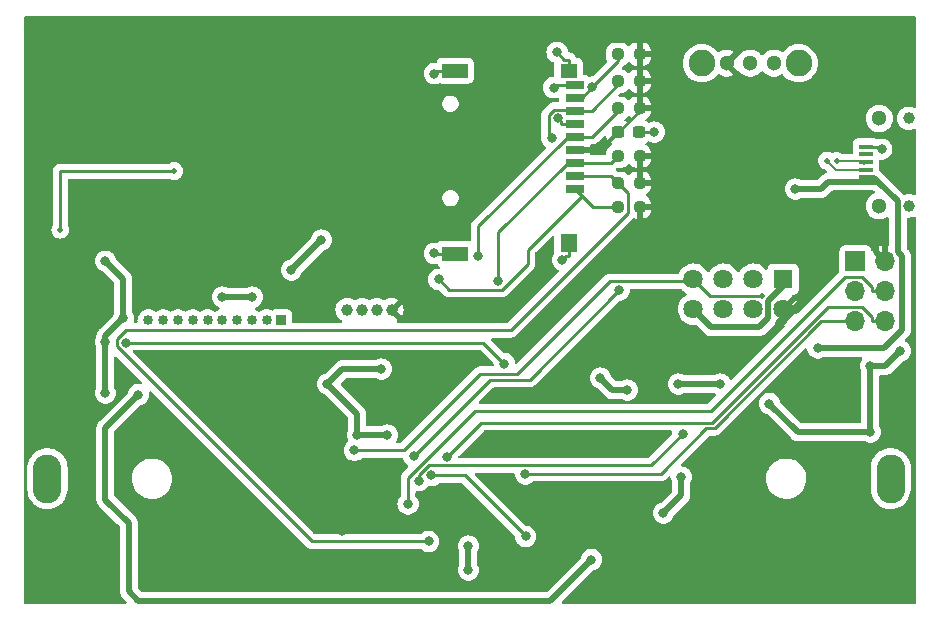
<source format=gbr>
%TF.GenerationSoftware,KiCad,Pcbnew,7.0.8*%
%TF.CreationDate,2023-11-09T11:59:46+01:00*%
%TF.ProjectId,Suspension_telemetry,53757370-656e-4736-996f-6e5f74656c65,rev?*%
%TF.SameCoordinates,Original*%
%TF.FileFunction,Copper,L1,Top*%
%TF.FilePolarity,Positive*%
%FSLAX46Y46*%
G04 Gerber Fmt 4.6, Leading zero omitted, Abs format (unit mm)*
G04 Created by KiCad (PCBNEW 7.0.8) date 2023-11-09 11:59:46*
%MOMM*%
%LPD*%
G01*
G04 APERTURE LIST*
G04 Aperture macros list*
%AMRoundRect*
0 Rectangle with rounded corners*
0 $1 Rounding radius*
0 $2 $3 $4 $5 $6 $7 $8 $9 X,Y pos of 4 corners*
0 Add a 4 corners polygon primitive as box body*
4,1,4,$2,$3,$4,$5,$6,$7,$8,$9,$2,$3,0*
0 Add four circle primitives for the rounded corners*
1,1,$1+$1,$2,$3*
1,1,$1+$1,$4,$5*
1,1,$1+$1,$6,$7*
1,1,$1+$1,$8,$9*
0 Add four rect primitives between the rounded corners*
20,1,$1+$1,$2,$3,$4,$5,0*
20,1,$1+$1,$4,$5,$6,$7,0*
20,1,$1+$1,$6,$7,$8,$9,0*
20,1,$1+$1,$8,$9,$2,$3,0*%
G04 Aperture macros list end*
%TA.AperFunction,SMDPad,CuDef*%
%ADD10RoundRect,0.237500X-0.250000X-0.237500X0.250000X-0.237500X0.250000X0.237500X-0.250000X0.237500X0*%
%TD*%
%TA.AperFunction,ComponentPad*%
%ADD11C,1.300000*%
%TD*%
%TA.AperFunction,ComponentPad*%
%ADD12C,2.250000*%
%TD*%
%TA.AperFunction,ComponentPad*%
%ADD13R,1.700000X1.700000*%
%TD*%
%TA.AperFunction,ComponentPad*%
%ADD14O,1.700000X1.700000*%
%TD*%
%TA.AperFunction,SMDPad,CuDef*%
%ADD15RoundRect,0.237500X-0.300000X-0.237500X0.300000X-0.237500X0.300000X0.237500X-0.300000X0.237500X0*%
%TD*%
%TA.AperFunction,SMDPad,CuDef*%
%ADD16R,1.200000X0.450000*%
%TD*%
%TA.AperFunction,ComponentPad*%
%ADD17C,1.000000*%
%TD*%
%TA.AperFunction,SMDPad,CuDef*%
%ADD18R,1.600000X0.700000*%
%TD*%
%TA.AperFunction,SMDPad,CuDef*%
%ADD19R,1.400000X1.200000*%
%TD*%
%TA.AperFunction,SMDPad,CuDef*%
%ADD20R,1.400000X1.600000*%
%TD*%
%TA.AperFunction,SMDPad,CuDef*%
%ADD21R,2.200000X1.200000*%
%TD*%
%TA.AperFunction,ComponentPad*%
%ADD22O,2.400000X4.140000*%
%TD*%
%TA.AperFunction,ComponentPad*%
%ADD23R,0.850000X0.850000*%
%TD*%
%TA.AperFunction,ComponentPad*%
%ADD24C,0.850000*%
%TD*%
%TA.AperFunction,ComponentPad*%
%ADD25R,1.635000X1.635000*%
%TD*%
%TA.AperFunction,ComponentPad*%
%ADD26C,1.635000*%
%TD*%
%TA.AperFunction,ViaPad*%
%ADD27C,0.800000*%
%TD*%
%TA.AperFunction,ViaPad*%
%ADD28C,0.500000*%
%TD*%
%TA.AperFunction,Conductor*%
%ADD29C,0.500000*%
%TD*%
%TA.AperFunction,Conductor*%
%ADD30C,0.250000*%
%TD*%
%TA.AperFunction,Conductor*%
%ADD31C,0.750000*%
%TD*%
%TA.AperFunction,Conductor*%
%ADD32C,0.300000*%
%TD*%
%TA.AperFunction,Conductor*%
%ADD33C,0.200000*%
%TD*%
G04 APERTURE END LIST*
D10*
%TO.P,R15,1*%
%TO.N,SDIO_D3*%
X120367900Y-84834000D03*
%TO.P,R15,2*%
%TO.N,+3.3V*%
X122192900Y-84834000D03*
%TD*%
D11*
%TO.P,S1,1,1*%
%TO.N,GND*%
X133572000Y-74676000D03*
%TO.P,S1,2,2*%
%TO.N,Net-(R9-Pad1)*%
X131572000Y-74676000D03*
%TO.P,S1,3,3*%
%TO.N,+3.3V*%
X129572000Y-74676000D03*
D12*
%TO.P,S1,4*%
%TO.N,N/C*%
X135672000Y-74676000D03*
%TO.P,S1,5*%
X127472000Y-74676000D03*
%TD*%
D13*
%TO.P,J7,1,Pin_1*%
%TO.N,NRST*%
X140468400Y-91455000D03*
D14*
%TO.P,J7,2,Pin_2*%
%TO.N,+3.3V*%
X143008400Y-91455000D03*
%TO.P,J7,3,Pin_3*%
%TO.N,GND*%
X140468400Y-93995000D03*
%TO.P,J7,4,Pin_4*%
%TO.N,SWO*%
X143008400Y-93995000D03*
%TO.P,J7,5,Pin_5*%
%TO.N,SWDIO*%
X140468400Y-96535000D03*
%TO.P,J7,6,Pin_6*%
%TO.N,SWDCLK*%
X143008400Y-96535000D03*
%TD*%
D10*
%TO.P,R14,1*%
%TO.N,SDIO_CK*%
X120367900Y-78486000D03*
%TO.P,R14,2*%
%TO.N,+3.3V*%
X122192900Y-78486000D03*
%TD*%
D15*
%TO.P,C25,1*%
%TO.N,+3.3V*%
X120394400Y-80516000D03*
%TO.P,C25,2*%
%TO.N,GND*%
X122119400Y-80516000D03*
%TD*%
D10*
%TO.P,R17,1*%
%TO.N,SDIO_D0*%
X120367900Y-76200000D03*
%TO.P,R17,2*%
%TO.N,+3.3V*%
X122192900Y-76200000D03*
%TD*%
D16*
%TO.P,J1,1,VCC*%
%TO.N,5V_USB*%
X141344000Y-84358000D03*
%TO.P,J1,2,D-*%
%TO.N,DATAN*%
X141344000Y-83708000D03*
%TO.P,J1,3,D+*%
%TO.N,DATAP*%
X141344000Y-83058000D03*
%TO.P,J1,4,ID*%
%TO.N,unconnected-(J1-ID-Pad4)*%
X141344000Y-82408000D03*
%TO.P,J1,5,GND*%
%TO.N,GND*%
X141344000Y-81758000D03*
D11*
%TO.P,J1,S1,SHIELD*%
X142494000Y-86758000D03*
%TO.P,J1,S2,SHIELD*%
X142494000Y-79358000D03*
D17*
%TO.P,J1,S3,SHIELD*%
X144994000Y-86758000D03*
%TO.P,J1,S4,SHIELD*%
X144994000Y-79358000D03*
%TD*%
D18*
%TO.P,J3,1,DAT2*%
%TO.N,SDIO_D2*%
X116683400Y-85306000D03*
%TO.P,J3,2,CD/DAT3*%
%TO.N,SDIO_D3*%
X116683400Y-84206000D03*
%TO.P,J3,3,CMD*%
%TO.N,SDIO_CMD*%
X116683400Y-83106000D03*
%TO.P,J3,4,VDD*%
%TO.N,+3.3V*%
X116683400Y-82006000D03*
%TO.P,J3,5,CLK*%
%TO.N,SDIO_CK*%
X116683400Y-80906000D03*
%TO.P,J3,6,VSS*%
%TO.N,GND*%
X116683400Y-79806000D03*
%TO.P,J3,7,DAT0*%
%TO.N,SDIO_D0*%
X116683400Y-78706000D03*
%TO.P,J3,8,DAT1*%
%TO.N,SDIO_D1*%
X116683400Y-77606000D03*
%TO.P,J3,CD1,CARD_DETECTION*%
%TO.N,SD_detection*%
X116683400Y-76506000D03*
D19*
%TO.P,J3,G1,GROUND*%
%TO.N,GND*%
X116183400Y-75306000D03*
D20*
%TO.P,J3,MP1,MP1*%
X116183400Y-89906000D03*
D21*
%TO.P,J3,MP2,MP2*%
X106583400Y-90806000D03*
%TO.P,J3,MP3,MP3*%
X106583400Y-75306000D03*
%TD*%
D10*
%TO.P,R13,1*%
%TO.N,SDIO_CMD*%
X120367900Y-82548000D03*
%TO.P,R13,2*%
%TO.N,+3.3V*%
X122192900Y-82548000D03*
%TD*%
D22*
%TO.P,BT2,+*%
%TO.N,/Power_Stabilizer_3_3V/V_in_P*%
X143460400Y-109855000D03*
%TO.P,BT2,-*%
%TO.N,PWR_SWITCH_OUT*%
X72060400Y-109855000D03*
%TD*%
D10*
%TO.P,R16,1*%
%TO.N,SDIO_D2*%
X120367900Y-86866000D03*
%TO.P,R16,2*%
%TO.N,+3.3V*%
X122192900Y-86866000D03*
%TD*%
D23*
%TO.P,J4,1,1*%
%TO.N,PRESSURE_FRONT_OUT*%
X91862200Y-96442000D03*
D24*
%TO.P,J4,2,2*%
%TO.N,PRESSURE_REAR_OUT*%
X90612200Y-96442000D03*
%TO.P,J4,3,3*%
%TO.N,GND*%
X89362200Y-96442000D03*
%TO.P,J4,4,4*%
%TO.N,+3.3VA*%
X88112200Y-96442000D03*
%TO.P,J4,5,5*%
%TO.N,TRAVEL_SENOR_REAR*%
X86862200Y-96442000D03*
%TO.P,J4,6,6*%
%TO.N,TRAVEL_SENSOR_FRONT*%
X85612200Y-96442000D03*
%TO.P,J4,7,7*%
%TO.N,BRAKE_SENSOR_LEFT*%
X84362200Y-96442000D03*
%TO.P,J4,8,8*%
%TO.N,BRAKE_SENSOR_RIGHT*%
X83112200Y-96442000D03*
%TO.P,J4,9,9*%
%TO.N,+5VA*%
X81862200Y-96442000D03*
%TO.P,J4,10,10*%
%TO.N,GND*%
X80612200Y-96442000D03*
%TD*%
D10*
%TO.P,R18,1*%
%TO.N,SDIO_D1*%
X120367900Y-73914000D03*
%TO.P,R18,2*%
%TO.N,+3.3V*%
X122192900Y-73914000D03*
%TD*%
D17*
%TO.P,J2,1,1*%
%TO.N,I2C1_SDA*%
X97450400Y-95562000D03*
%TO.P,J2,2,2*%
%TO.N,I2C1_SCL*%
X98700400Y-95562000D03*
%TO.P,J2,3,3*%
%TO.N,GND*%
X99950400Y-95562000D03*
%TO.P,J2,4,4*%
%TO.N,+3.3V*%
X101200400Y-95562000D03*
%TD*%
D25*
%TO.P,J5,1,1*%
%TO.N,GND*%
X134366000Y-92964000D03*
D26*
%TO.P,J5,2,2*%
%TO.N,+3.3V*%
X134366000Y-95504000D03*
%TO.P,J5,3,3*%
%TO.N,LB_PRE_DEB*%
X131826000Y-92964000D03*
%TO.P,J5,4,4*%
%TO.N,PWR_SWITCH_IN*%
X131826000Y-95504000D03*
%TO.P,J5,5,5*%
%TO.N,RB_PRE_DEB*%
X129286000Y-92964000D03*
%TO.P,J5,6,6*%
%TO.N,PWR_SWITCH_OUT*%
X129286000Y-95504000D03*
%TO.P,J5,7,7*%
%TO.N,NRST*%
X126746000Y-92964000D03*
%TO.P,J5,8,8*%
%TO.N,GND*%
X126746000Y-95504000D03*
%TD*%
D27*
%TO.N,GND*%
X115204800Y-73756000D03*
X142698700Y-81963900D03*
X115655000Y-91333600D03*
X89408000Y-94488000D03*
X86868000Y-94488000D03*
X100838000Y-106172000D03*
X107696000Y-117602000D03*
X107696000Y-115570000D03*
X141732000Y-105918000D03*
X133186548Y-103505000D03*
X104817200Y-90785000D03*
X104817200Y-75554600D03*
X141732000Y-100330000D03*
X124206000Y-112776000D03*
X76962000Y-91440000D03*
X121158000Y-102362000D03*
X98298000Y-106172000D03*
X76962000Y-98298000D03*
X123444000Y-80518000D03*
X125476000Y-101854000D03*
X92710000Y-92202000D03*
X129032000Y-101854000D03*
X95758000Y-101854000D03*
X118872000Y-101346000D03*
X76962000Y-102616000D03*
X100330000Y-100584000D03*
X125730000Y-109728000D03*
X144272000Y-99060000D03*
X115265700Y-79334300D03*
X95250000Y-89662000D03*
X78486000Y-96266000D03*
%TO.N,+3.3V*%
X118237000Y-106426000D03*
X97028000Y-114300000D03*
X106910200Y-100749300D03*
X115316000Y-111252000D03*
X115824000Y-106426000D03*
X76962000Y-90170000D03*
X106426000Y-96266000D03*
X107913400Y-112705900D03*
%TO.N,+5V*%
X79756000Y-102743000D03*
X118110000Y-116713000D03*
D28*
%TO.N,NRST*%
X132588000Y-94361000D03*
D27*
X98044000Y-107455600D03*
%TO.N,SDIO_D2*%
X105181400Y-92984400D03*
%TO.N,SDIO_D3*%
X104335400Y-115177900D03*
%TO.N,SDIO_CMD*%
X110244200Y-93106300D03*
%TO.N,SDIO_CK*%
X108546200Y-91036200D03*
%TO.N,SDIO_D0*%
X114752000Y-81018200D03*
%TO.N,SDIO_D1*%
X118186400Y-76708000D03*
%TO.N,SWDCLK*%
X105888800Y-108009300D03*
%TO.N,SWO*%
X102589900Y-112014800D03*
%TO.N,BOOT*%
X103079800Y-107957300D03*
X120471200Y-93890200D03*
%TO.N,LEFT_BUTTON*%
X125863700Y-106051700D03*
X103500700Y-110031100D03*
D28*
%TO.N,I2C1_SDA*%
X82804000Y-83820000D03*
X73152000Y-88773000D03*
D27*
%TO.N,SWDIO*%
X112522000Y-109460800D03*
%TO.N,SD_detection*%
X114930000Y-76751600D03*
%TO.N,5V_USB*%
X137287000Y-98806000D03*
X135382000Y-85344000D03*
D28*
%TO.N,DATAP*%
X138938000Y-82958500D03*
%TO.N,DATAN*%
X138049520Y-82920689D03*
D27*
%TO.N,BATTERY_LEVEL*%
X112547900Y-114751800D03*
X104566700Y-109587400D03*
%TO.N,ACCELEROMETER_INT0*%
X110744200Y-100115400D03*
X78672900Y-98330400D03*
%TD*%
D29*
%TO.N,GND*%
X128270000Y-97028000D02*
X132337623Y-97028000D01*
X143002000Y-100330000D02*
X141732000Y-100330000D01*
X134366000Y-93572950D02*
X134366000Y-92964000D01*
X95250000Y-89662000D02*
X92710000Y-92202000D01*
X133093500Y-94845450D02*
X134366000Y-93572950D01*
D30*
X115556500Y-79625100D02*
X115265700Y-79334300D01*
X105135500Y-90785000D02*
X105156500Y-90806000D01*
D29*
X125730000Y-109728000D02*
X125730000Y-111252000D01*
X125730000Y-111252000D02*
X124206000Y-112776000D01*
X97028000Y-100584000D02*
X95758000Y-101854000D01*
X133093500Y-96272123D02*
X133093500Y-94845450D01*
D30*
X123444000Y-80518000D02*
X122121400Y-80518000D01*
D29*
X135599548Y-105918000D02*
X133186548Y-103505000D01*
D30*
X116183400Y-75306000D02*
X116183400Y-74379100D01*
D29*
X107696000Y-117602000D02*
X107696000Y-115570000D01*
D30*
X106583400Y-75306000D02*
X105156500Y-75306000D01*
D29*
X100330000Y-100584000D02*
X98552000Y-100584000D01*
D30*
X115955700Y-91032900D02*
X116183400Y-91032900D01*
X122121400Y-80518000D02*
X122119400Y-80516000D01*
D29*
X132337623Y-97028000D02*
X133093500Y-96272123D01*
X141732000Y-100330000D02*
X141732000Y-105918000D01*
X119888000Y-102362000D02*
X118872000Y-101346000D01*
D30*
X106583400Y-90806000D02*
X105156500Y-90806000D01*
X115556500Y-79806000D02*
X115556500Y-79625100D01*
D29*
X141732000Y-105918000D02*
X135599548Y-105918000D01*
D30*
X104907900Y-75554600D02*
X105156500Y-75306000D01*
X116683400Y-79806000D02*
X115556500Y-79806000D01*
X104817200Y-90785000D02*
X105135500Y-90785000D01*
X104817200Y-75554600D02*
X104907900Y-75554600D01*
D29*
X95758000Y-101854000D02*
X98298000Y-104394000D01*
D30*
X115204800Y-73756000D02*
X115827900Y-74379100D01*
D29*
X76962000Y-98298000D02*
X76962000Y-102616000D01*
D30*
X142492800Y-81758000D02*
X141344000Y-81758000D01*
X115655000Y-91333600D02*
X115955700Y-91032900D01*
X116183400Y-89906000D02*
X116183400Y-91032900D01*
D29*
X100838000Y-106172000D02*
X98298000Y-106172000D01*
X76962000Y-91440000D02*
X78486000Y-92964000D01*
D30*
X142698700Y-81963900D02*
X142492800Y-81758000D01*
D29*
X78486000Y-92964000D02*
X78486000Y-96266000D01*
X76962000Y-98298000D02*
X76962000Y-97790000D01*
X126746000Y-95504000D02*
X128270000Y-97028000D01*
X89408000Y-94488000D02*
X86868000Y-94488000D01*
X129032000Y-101854000D02*
X125476000Y-101854000D01*
X144272000Y-99060000D02*
X143002000Y-100330000D01*
X98298000Y-104394000D02*
X98298000Y-106172000D01*
D30*
X115827900Y-74379100D02*
X116183400Y-74379100D01*
D29*
X76962000Y-97790000D02*
X78486000Y-96266000D01*
X121158000Y-102362000D02*
X119888000Y-102362000D01*
X98552000Y-100584000D02*
X97028000Y-100584000D01*
D31*
%TO.N,+3.3V*%
X134366000Y-95504000D02*
X135382000Y-95504000D01*
D32*
X118904000Y-82006000D02*
X116683400Y-82006000D01*
X120394000Y-80516000D02*
X118904000Y-82006000D01*
D29*
X142240000Y-90686600D02*
X142240000Y-90170000D01*
D32*
X116683400Y-82006000D02*
X116683000Y-82006000D01*
D29*
X143008400Y-91455000D02*
X142240000Y-90686600D01*
D31*
X134366000Y-95504000D02*
X135128000Y-95504000D01*
X135128000Y-95504000D02*
X133985000Y-96647000D01*
D30*
X122192900Y-78717500D02*
X120394400Y-80516000D01*
X122192900Y-78486000D02*
X122192900Y-78717500D01*
D31*
X135382000Y-95504000D02*
X136144000Y-94742000D01*
D29*
%TO.N,+5V*%
X78960400Y-119404000D02*
X78960400Y-113631000D01*
X78960400Y-113631000D02*
X76962000Y-111633000D01*
X79756000Y-120200000D02*
X78960400Y-119404000D01*
X76962000Y-105537000D02*
X79756000Y-102743000D01*
X118110000Y-116713000D02*
X114623000Y-120200000D01*
X114623000Y-120200000D02*
X79756000Y-120200000D01*
X76962000Y-111633000D02*
X76962000Y-105537000D01*
D30*
%TO.N,NRST*%
X126945300Y-93163300D02*
X127056600Y-93274600D01*
X108723600Y-100972000D02*
X111844100Y-100972000D01*
X119652800Y-93163300D02*
X126945300Y-93163300D01*
X128143000Y-94361000D02*
X127056600Y-93274600D01*
X98044000Y-107455600D02*
X102240000Y-107455600D01*
X111844100Y-100972000D02*
X119652800Y-93163300D01*
X102240000Y-107455600D02*
X108723600Y-100972000D01*
X127056600Y-93274600D02*
X126746000Y-92964000D01*
X132588000Y-94361000D02*
X128143000Y-94361000D01*
%TO.N,SDIO_D2*%
X112727600Y-90461900D02*
X112727600Y-91665300D01*
X116683400Y-85306400D02*
X116683400Y-85306000D01*
X117283300Y-85906200D02*
X112727600Y-90461900D01*
X112727600Y-91665300D02*
X110527100Y-93865800D01*
X118243000Y-86866000D02*
X117283300Y-85906200D01*
X120367900Y-86866000D02*
X118243000Y-86866000D01*
X120368000Y-86866000D02*
X120367900Y-86866000D01*
X117283300Y-85906200D02*
X116683400Y-85306400D01*
X116683400Y-85306400D02*
X116683000Y-85306000D01*
X110527100Y-93865800D02*
X106062800Y-93865800D01*
X106062800Y-93865800D02*
X105181400Y-92984400D01*
%TO.N,SDIO_D3*%
X104335400Y-115177900D02*
X94445000Y-115177900D01*
X111278000Y-97293000D02*
X121184000Y-87387000D01*
X77922800Y-98655700D02*
X77922800Y-98038800D01*
X121184000Y-87387000D02*
X121184000Y-85650100D01*
X77922800Y-98038800D02*
X78668600Y-97293000D01*
X120367900Y-84833900D02*
X119740000Y-84206000D01*
X120367900Y-84833900D02*
X120367900Y-84834000D01*
X121184000Y-85650100D02*
X120367900Y-84834000D01*
X119740000Y-84206000D02*
X116683400Y-84206000D01*
X94445000Y-115177900D02*
X77922800Y-98655700D01*
X78668600Y-97293000D02*
X111278000Y-97293000D01*
X120368000Y-84834000D02*
X120367900Y-84833900D01*
X116683400Y-84206000D02*
X116683000Y-84206000D01*
%TO.N,SDIO_CMD*%
X110244200Y-93106300D02*
X110244200Y-88988400D01*
X119810000Y-83106000D02*
X116683400Y-83106000D01*
X120368000Y-82548000D02*
X120367900Y-82548100D01*
X110244200Y-88988400D02*
X116126600Y-83106000D01*
X116683400Y-83106000D02*
X116683000Y-83106000D01*
X116126600Y-83106000D02*
X116683000Y-83106000D01*
X120367900Y-82548100D02*
X120367900Y-82548000D01*
X120367900Y-82548100D02*
X119810000Y-83106000D01*
%TO.N,SDIO_CK*%
X120368000Y-78738000D02*
X120367900Y-78738100D01*
X108546200Y-88484800D02*
X116125000Y-80906000D01*
X120367900Y-78738100D02*
X118200000Y-80906000D01*
X116125000Y-80906000D02*
X116683000Y-80906000D01*
X118200000Y-80906000D02*
X116683400Y-80906000D01*
X116683400Y-80906000D02*
X116683000Y-80906000D01*
X108546200Y-91036200D02*
X108546200Y-88484800D01*
X120367900Y-78738100D02*
X120367900Y-78738000D01*
%TO.N,SDIO_D0*%
X120367900Y-76200000D02*
X120367900Y-76482100D01*
X114953600Y-78607300D02*
X114499200Y-79061700D01*
X114499200Y-79061700D02*
X114499200Y-80765400D01*
X116683400Y-78706000D02*
X116683200Y-78706000D01*
X114499200Y-80765400D02*
X114752000Y-81018200D01*
X120367900Y-76482100D02*
X118144000Y-78706000D01*
X116584500Y-78607300D02*
X114953600Y-78607300D01*
X116683200Y-78706000D02*
X116683000Y-78706000D01*
X116683200Y-78706000D02*
X116584500Y-78607300D01*
X118144000Y-78706000D02*
X116683400Y-78706000D01*
%TO.N,SDIO_D1*%
X120367900Y-74168000D02*
X120367900Y-74196100D01*
X120367900Y-74526500D02*
X118186400Y-76708000D01*
X120367900Y-73914000D02*
X120367900Y-74526500D01*
X117288400Y-77606000D02*
X116683400Y-77606000D01*
X116683400Y-77606000D02*
X116683000Y-77606000D01*
X118186400Y-76708000D02*
X117288400Y-77606000D01*
%TO.N,SWDCLK*%
X128355800Y-105137600D02*
X108760500Y-105137600D01*
X138135300Y-95358100D02*
X128355800Y-105137600D01*
X143008400Y-96535000D02*
X141831500Y-96535000D01*
X108760500Y-105137600D02*
X105888800Y-108009300D01*
X141020400Y-95358100D02*
X138135300Y-95358100D01*
X141831500Y-96169200D02*
X141020400Y-95358100D01*
X141831500Y-96535000D02*
X141831500Y-96169200D01*
%TO.N,SWO*%
X139570300Y-92804000D02*
X128234300Y-104140000D01*
X102589900Y-109793200D02*
X102589900Y-112014800D01*
X141831500Y-93995000D02*
X141831500Y-93627200D01*
X141008300Y-92804000D02*
X139570300Y-92804000D01*
X143008400Y-93995000D02*
X141831500Y-93995000D01*
X128234300Y-104140000D02*
X108243100Y-104140000D01*
X141831500Y-93627200D02*
X141008300Y-92804000D01*
X108243100Y-104140000D02*
X102589900Y-109793200D01*
%TO.N,BOOT*%
X112877600Y-101483800D02*
X120471200Y-93890200D01*
X103079800Y-107957300D02*
X109553300Y-101483800D01*
X109553300Y-101483800D02*
X112877600Y-101483800D01*
%TO.N,LEFT_BUTTON*%
X104333400Y-108736300D02*
X103500700Y-109569000D01*
X103500700Y-109569000D02*
X103500700Y-110031100D01*
X123179100Y-108736300D02*
X104333400Y-108736300D01*
X125863700Y-106051700D02*
X123179100Y-108736300D01*
%TO.N,I2C1_SDA*%
X73152000Y-83820000D02*
X73152000Y-88773000D01*
X82804000Y-83820000D02*
X73152000Y-83820000D01*
%TO.N,SWDIO*%
X137594796Y-96535000D02*
X140468400Y-96535000D01*
X127838400Y-105587600D02*
X128542196Y-105587600D01*
X123965200Y-109460800D02*
X127838400Y-105587600D01*
X128542196Y-105587600D02*
X137594796Y-96535000D01*
X112522000Y-109460800D02*
X123965200Y-109460800D01*
%TO.N,SD_detection*%
X116683400Y-76506000D02*
X115175600Y-76506000D01*
X115175600Y-76506000D02*
X114930000Y-76751600D01*
D29*
%TO.N,5V_USB*%
X141369000Y-84383000D02*
X141344000Y-84383000D01*
X142875000Y-98806000D02*
X144399000Y-97282000D01*
X144044000Y-86386000D02*
X142367000Y-84709000D01*
X137287000Y-98806000D02*
X142875000Y-98806000D01*
X142367000Y-84709000D02*
X142041000Y-84383000D01*
X142367000Y-84709000D02*
X138176000Y-84709000D01*
X142041000Y-84383000D02*
X141369000Y-84383000D01*
D30*
X141369000Y-84383000D02*
X141344000Y-84358000D01*
D29*
X144399000Y-97282000D02*
X144399000Y-91008800D01*
X138176000Y-84709000D02*
X137541000Y-85344000D01*
X137541000Y-85344000D02*
X135382000Y-85344000D01*
X144044000Y-90653800D02*
X144044000Y-86386000D01*
X144399000Y-91008800D02*
X144044000Y-90653800D01*
D33*
%TO.N,DATAP*%
X141344000Y-83058000D02*
X141244500Y-82958500D01*
X141244500Y-82958500D02*
X138938000Y-82958500D01*
X141344000Y-83058000D02*
X141219000Y-83183000D01*
%TO.N,DATAN*%
X138049520Y-82920689D02*
X138836831Y-83708000D01*
X138836831Y-83708000D02*
X141344000Y-83708000D01*
D30*
%TO.N,BATTERY_LEVEL*%
X104566700Y-109587400D02*
X107383500Y-109587400D01*
X107383500Y-109587400D02*
X112547900Y-114751800D01*
%TO.N,ACCELEROMETER_INT0*%
X78672900Y-98330400D02*
X108959200Y-98330400D01*
X108959200Y-98330400D02*
X110744200Y-100115400D01*
%TD*%
%TA.AperFunction,Conductor*%
%TO.N,+3.3V*%
G36*
X145549945Y-70730585D02*
G01*
X145595700Y-70783389D01*
X145606906Y-70834900D01*
X145606906Y-78344268D01*
X145587221Y-78411307D01*
X145534417Y-78457062D01*
X145465259Y-78467006D01*
X145424454Y-78453627D01*
X145378731Y-78429188D01*
X145378730Y-78429187D01*
X145378727Y-78429186D01*
X145190132Y-78371976D01*
X145190129Y-78371975D01*
X144994000Y-78352659D01*
X144797870Y-78371975D01*
X144609266Y-78429188D01*
X144435467Y-78522086D01*
X144435460Y-78522090D01*
X144283116Y-78647116D01*
X144158090Y-78799460D01*
X144158086Y-78799467D01*
X144065188Y-78973266D01*
X144007975Y-79161870D01*
X143988659Y-79358000D01*
X144007975Y-79554129D01*
X144007976Y-79554132D01*
X144062493Y-79733851D01*
X144065188Y-79742733D01*
X144158086Y-79916532D01*
X144158090Y-79916539D01*
X144283116Y-80068883D01*
X144435460Y-80193909D01*
X144435467Y-80193913D01*
X144609266Y-80286811D01*
X144609269Y-80286811D01*
X144609273Y-80286814D01*
X144797868Y-80344024D01*
X144994000Y-80363341D01*
X145190132Y-80344024D01*
X145378727Y-80286814D01*
X145424453Y-80262372D01*
X145492855Y-80248131D01*
X145558099Y-80273130D01*
X145599470Y-80329435D01*
X145606906Y-80371731D01*
X145606906Y-85744268D01*
X145587221Y-85811307D01*
X145534417Y-85857062D01*
X145465259Y-85867006D01*
X145424454Y-85853627D01*
X145378731Y-85829188D01*
X145378730Y-85829187D01*
X145378727Y-85829186D01*
X145190132Y-85771976D01*
X145190129Y-85771975D01*
X144994000Y-85752659D01*
X144797869Y-85771975D01*
X144633807Y-85821743D01*
X144563940Y-85822366D01*
X144510131Y-85790763D01*
X142942729Y-84223361D01*
X142930949Y-84209730D01*
X142923482Y-84199701D01*
X142916612Y-84190472D01*
X142911322Y-84186033D01*
X142876587Y-84156886D01*
X142872612Y-84153244D01*
X142868919Y-84149551D01*
X142865238Y-84145869D01*
X142865214Y-84145847D01*
X142616729Y-83897361D01*
X142604949Y-83883730D01*
X142593852Y-83868825D01*
X142590612Y-83864472D01*
X142583495Y-83858500D01*
X142550587Y-83830886D01*
X142546612Y-83827244D01*
X142543690Y-83824322D01*
X142540780Y-83821411D01*
X142515039Y-83801058D01*
X142488792Y-83779033D01*
X142450090Y-83720861D01*
X142444499Y-83684045D01*
X142444499Y-83435128D01*
X142444498Y-83435111D01*
X142440320Y-83396253D01*
X142440320Y-83369747D01*
X142444500Y-83330873D01*
X142444499Y-82983610D01*
X142464183Y-82916573D01*
X142516987Y-82870818D01*
X142586146Y-82860874D01*
X142594251Y-82862316D01*
X142604054Y-82864400D01*
X142604058Y-82864400D01*
X142793344Y-82864400D01*
X142793346Y-82864400D01*
X142978503Y-82825044D01*
X143151430Y-82748051D01*
X143304571Y-82636788D01*
X143431233Y-82496116D01*
X143525879Y-82332184D01*
X143584374Y-82152156D01*
X143604160Y-81963900D01*
X143584374Y-81775644D01*
X143525879Y-81595616D01*
X143431233Y-81431684D01*
X143304571Y-81291012D01*
X143301159Y-81288533D01*
X143151434Y-81179751D01*
X143151429Y-81179748D01*
X142978507Y-81102757D01*
X142978502Y-81102755D01*
X142812710Y-81067516D01*
X142793346Y-81063400D01*
X142604054Y-81063400D01*
X142585706Y-81067300D01*
X142418897Y-81102755D01*
X142396304Y-81112815D01*
X142376170Y-81121779D01*
X142325735Y-81132500D01*
X142285439Y-81132500D01*
X142218400Y-81112815D01*
X142211128Y-81107767D01*
X142186331Y-81089204D01*
X142186328Y-81089202D01*
X142051482Y-81038908D01*
X142051483Y-81038908D01*
X141991883Y-81032501D01*
X141991881Y-81032500D01*
X141991873Y-81032500D01*
X141991864Y-81032500D01*
X140696129Y-81032500D01*
X140696123Y-81032501D01*
X140636516Y-81038908D01*
X140501671Y-81089202D01*
X140501664Y-81089206D01*
X140386455Y-81175452D01*
X140386452Y-81175455D01*
X140300206Y-81290664D01*
X140300202Y-81290671D01*
X140252526Y-81418500D01*
X140249909Y-81425517D01*
X140243500Y-81485127D01*
X140243500Y-81485134D01*
X140243500Y-81485135D01*
X140243500Y-82030869D01*
X140243501Y-82030878D01*
X140247679Y-82069745D01*
X140247679Y-82096251D01*
X140243500Y-82135123D01*
X140243500Y-82234000D01*
X140223815Y-82301039D01*
X140171011Y-82346794D01*
X140119500Y-82358000D01*
X139428663Y-82358000D01*
X139362691Y-82338994D01*
X139265692Y-82278045D01*
X139265691Y-82278044D01*
X139265690Y-82278044D01*
X139202692Y-82256000D01*
X139106056Y-82222185D01*
X138938003Y-82203251D01*
X138937997Y-82203251D01*
X138769943Y-82222185D01*
X138610307Y-82278045D01*
X138589816Y-82290920D01*
X138522579Y-82309918D01*
X138457875Y-82290918D01*
X138377212Y-82240234D01*
X138377211Y-82240233D01*
X138377210Y-82240233D01*
X138338890Y-82226824D01*
X138217576Y-82184374D01*
X138049523Y-82165440D01*
X138049517Y-82165440D01*
X137881463Y-82184374D01*
X137721825Y-82240234D01*
X137721822Y-82240236D01*
X137578635Y-82330207D01*
X137578629Y-82330212D01*
X137459043Y-82449798D01*
X137459038Y-82449804D01*
X137369067Y-82592991D01*
X137369065Y-82592994D01*
X137313205Y-82752632D01*
X137294271Y-82920686D01*
X137294271Y-82920691D01*
X137313205Y-83088745D01*
X137369065Y-83248383D01*
X137369067Y-83248386D01*
X137459038Y-83391573D01*
X137459043Y-83391579D01*
X137578629Y-83511165D01*
X137578635Y-83511170D01*
X137721822Y-83601141D01*
X137721828Y-83601144D01*
X137721830Y-83601145D01*
X137881461Y-83657002D01*
X137900481Y-83659144D01*
X137964893Y-83686209D01*
X137974280Y-83694684D01*
X138048582Y-83768986D01*
X138082067Y-83830309D01*
X138077083Y-83900001D01*
X138035211Y-83955934D01*
X138003309Y-83973190D01*
X138001745Y-83973758D01*
X138001745Y-83973759D01*
X137975545Y-83983294D01*
X137929575Y-84000025D01*
X137856675Y-84024181D01*
X137850126Y-84027236D01*
X137850101Y-84027183D01*
X137843308Y-84030471D01*
X137843334Y-84030523D01*
X137836880Y-84033764D01*
X137772708Y-84075971D01*
X137707347Y-84116285D01*
X137701683Y-84120765D01*
X137701647Y-84120719D01*
X137695797Y-84125485D01*
X137695834Y-84125529D01*
X137690305Y-84130168D01*
X137637598Y-84186033D01*
X137266451Y-84557181D01*
X137205128Y-84590666D01*
X137178770Y-84593500D01*
X135921337Y-84593500D01*
X135854298Y-84573815D01*
X135848452Y-84569818D01*
X135834734Y-84559851D01*
X135834729Y-84559848D01*
X135661807Y-84482857D01*
X135661802Y-84482855D01*
X135490040Y-84446347D01*
X135476646Y-84443500D01*
X135287354Y-84443500D01*
X135273960Y-84446347D01*
X135102197Y-84482855D01*
X135102192Y-84482857D01*
X134929270Y-84559848D01*
X134929265Y-84559851D01*
X134776129Y-84671111D01*
X134649466Y-84811785D01*
X134554821Y-84975715D01*
X134554818Y-84975722D01*
X134496327Y-85155740D01*
X134496326Y-85155744D01*
X134476540Y-85344000D01*
X134496326Y-85532256D01*
X134496327Y-85532259D01*
X134554818Y-85712277D01*
X134554821Y-85712284D01*
X134649467Y-85876216D01*
X134773118Y-86013544D01*
X134776129Y-86016888D01*
X134929265Y-86128148D01*
X134929270Y-86128151D01*
X135102192Y-86205142D01*
X135102197Y-86205144D01*
X135287354Y-86244500D01*
X135287355Y-86244500D01*
X135476644Y-86244500D01*
X135476646Y-86244500D01*
X135661803Y-86205144D01*
X135834730Y-86128151D01*
X135836776Y-86126664D01*
X135848452Y-86118182D01*
X135914258Y-86094702D01*
X135921337Y-86094500D01*
X137477295Y-86094500D01*
X137495265Y-86095809D01*
X137519023Y-86099289D01*
X137571068Y-86094735D01*
X137576470Y-86094500D01*
X137584704Y-86094500D01*
X137584709Y-86094500D01*
X137596327Y-86093141D01*
X137617276Y-86090693D01*
X137630028Y-86089577D01*
X137693797Y-86083999D01*
X137693805Y-86083996D01*
X137700866Y-86082539D01*
X137700878Y-86082598D01*
X137708243Y-86080965D01*
X137708229Y-86080906D01*
X137715246Y-86079241D01*
X137715255Y-86079241D01*
X137787423Y-86052974D01*
X137860334Y-86028814D01*
X137860343Y-86028807D01*
X137866882Y-86025760D01*
X137866908Y-86025816D01*
X137873690Y-86022532D01*
X137873663Y-86022478D01*
X137880106Y-86019240D01*
X137880117Y-86019237D01*
X137944283Y-85977034D01*
X138009656Y-85936712D01*
X138009662Y-85936705D01*
X138015325Y-85932229D01*
X138015362Y-85932277D01*
X138021204Y-85927518D01*
X138021164Y-85927471D01*
X138026686Y-85922836D01*
X138026696Y-85922830D01*
X138049812Y-85898328D01*
X138079387Y-85866981D01*
X138450548Y-85495819D01*
X138511871Y-85462334D01*
X138538229Y-85459500D01*
X141997624Y-85459500D01*
X142064663Y-85479185D01*
X142110418Y-85531989D01*
X142120362Y-85601147D01*
X142091337Y-85664703D01*
X142042419Y-85699126D01*
X142026875Y-85705148D01*
X141978982Y-85723701D01*
X141978980Y-85723702D01*
X141797699Y-85835947D01*
X141640127Y-85979593D01*
X141511632Y-86149746D01*
X141416596Y-86340605D01*
X141416596Y-86340607D01*
X141358244Y-86545689D01*
X141338571Y-86757999D01*
X141338571Y-86758000D01*
X141358244Y-86970310D01*
X141416596Y-87175392D01*
X141416596Y-87175394D01*
X141511632Y-87366253D01*
X141606215Y-87491500D01*
X141640128Y-87536407D01*
X141797698Y-87680052D01*
X141978981Y-87792298D01*
X142177802Y-87869321D01*
X142387390Y-87908500D01*
X142387392Y-87908500D01*
X142600608Y-87908500D01*
X142600610Y-87908500D01*
X142810198Y-87869321D01*
X143009019Y-87792298D01*
X143104223Y-87733349D01*
X143171583Y-87714794D01*
X143238282Y-87735602D01*
X143283144Y-87789167D01*
X143293500Y-87838777D01*
X143293500Y-90036280D01*
X143273815Y-90103319D01*
X143258400Y-90120075D01*
X143258400Y-91019498D01*
X143150715Y-90970320D01*
X143044163Y-90955000D01*
X142972637Y-90955000D01*
X142866085Y-90970320D01*
X142758400Y-91019498D01*
X142758400Y-90124364D01*
X142758399Y-90124364D01*
X142544913Y-90181567D01*
X142544907Y-90181570D01*
X142330822Y-90281399D01*
X142330820Y-90281400D01*
X142137326Y-90416886D01*
X142015265Y-90538947D01*
X141953942Y-90572431D01*
X141884250Y-90567447D01*
X141828317Y-90525575D01*
X141811402Y-90494598D01*
X141810206Y-90491392D01*
X141785407Y-90424902D01*
X141762197Y-90362671D01*
X141762193Y-90362664D01*
X141675947Y-90247455D01*
X141675944Y-90247452D01*
X141560735Y-90161206D01*
X141560728Y-90161202D01*
X141425882Y-90110908D01*
X141425883Y-90110908D01*
X141366283Y-90104501D01*
X141366281Y-90104500D01*
X141366273Y-90104500D01*
X141366264Y-90104500D01*
X139570529Y-90104500D01*
X139570523Y-90104501D01*
X139510916Y-90110908D01*
X139376071Y-90161202D01*
X139376064Y-90161206D01*
X139260855Y-90247452D01*
X139260852Y-90247455D01*
X139174606Y-90362664D01*
X139174602Y-90362671D01*
X139124308Y-90497517D01*
X139117901Y-90557116D01*
X139117900Y-90557135D01*
X139117900Y-92320446D01*
X139098215Y-92387485D01*
X139081581Y-92408127D01*
X135900214Y-95589494D01*
X135838891Y-95622979D01*
X135769199Y-95617995D01*
X135713266Y-95576123D01*
X135688849Y-95510659D01*
X135688664Y-95505505D01*
X135668441Y-95274350D01*
X135668439Y-95274339D01*
X135608777Y-95051674D01*
X135608773Y-95051665D01*
X135511348Y-94842736D01*
X135457589Y-94765961D01*
X134887700Y-95335850D01*
X134884360Y-95319775D01*
X134815435Y-95186754D01*
X134713177Y-95077263D01*
X134585170Y-94999420D01*
X134531940Y-94984505D01*
X135105625Y-94410821D01*
X135118189Y-94348307D01*
X135166804Y-94298124D01*
X135227951Y-94281999D01*
X135231371Y-94281999D01*
X135231372Y-94281999D01*
X135290983Y-94275591D01*
X135425831Y-94225296D01*
X135541046Y-94139046D01*
X135627296Y-94023831D01*
X135677591Y-93888983D01*
X135684000Y-93829373D01*
X135683999Y-92098628D01*
X135678397Y-92046515D01*
X135677591Y-92039016D01*
X135627297Y-91904171D01*
X135627293Y-91904164D01*
X135541047Y-91788955D01*
X135541044Y-91788952D01*
X135425835Y-91702706D01*
X135425828Y-91702702D01*
X135290982Y-91652408D01*
X135290983Y-91652408D01*
X135231383Y-91646001D01*
X135231381Y-91646000D01*
X135231373Y-91646000D01*
X135231364Y-91646000D01*
X133500629Y-91646000D01*
X133500623Y-91646001D01*
X133441016Y-91652408D01*
X133306171Y-91702702D01*
X133306164Y-91702706D01*
X133190955Y-91788952D01*
X133190952Y-91788955D01*
X133104706Y-91904164D01*
X133104702Y-91904171D01*
X133054409Y-92039015D01*
X133054014Y-92042690D01*
X133052912Y-92045347D01*
X133052626Y-92046562D01*
X133052429Y-92046515D01*
X133027272Y-92107239D01*
X132969877Y-92147084D01*
X132900051Y-92149573D01*
X132843044Y-92117108D01*
X132676432Y-91950496D01*
X132487522Y-91818220D01*
X132487518Y-91818218D01*
X132466199Y-91808277D01*
X132278505Y-91720754D01*
X132278501Y-91720753D01*
X132278497Y-91720751D01*
X132055748Y-91661066D01*
X132055744Y-91661065D01*
X132055743Y-91661065D01*
X132055742Y-91661064D01*
X132055737Y-91661064D01*
X131826002Y-91640965D01*
X131825998Y-91640965D01*
X131596262Y-91661064D01*
X131596251Y-91661066D01*
X131373502Y-91720751D01*
X131373493Y-91720755D01*
X131164484Y-91818217D01*
X131164482Y-91818218D01*
X130975566Y-91950497D01*
X130812497Y-92113566D01*
X130680218Y-92302482D01*
X130680214Y-92302489D01*
X130668381Y-92327866D01*
X130622208Y-92380305D01*
X130555015Y-92399456D01*
X130488134Y-92379239D01*
X130443619Y-92327866D01*
X130431785Y-92302489D01*
X130431781Y-92302482D01*
X130361423Y-92202000D01*
X130329259Y-92156064D01*
X130299502Y-92113566D01*
X130136432Y-91950496D01*
X129947522Y-91818220D01*
X129947518Y-91818218D01*
X129926199Y-91808277D01*
X129738505Y-91720754D01*
X129738501Y-91720753D01*
X129738497Y-91720751D01*
X129515748Y-91661066D01*
X129515744Y-91661065D01*
X129515743Y-91661065D01*
X129515742Y-91661064D01*
X129515737Y-91661064D01*
X129286002Y-91640965D01*
X129285998Y-91640965D01*
X129056262Y-91661064D01*
X129056251Y-91661066D01*
X128833502Y-91720751D01*
X128833493Y-91720755D01*
X128624484Y-91818217D01*
X128624482Y-91818218D01*
X128435566Y-91950497D01*
X128272497Y-92113566D01*
X128140218Y-92302482D01*
X128140214Y-92302489D01*
X128128381Y-92327866D01*
X128082208Y-92380305D01*
X128015015Y-92399456D01*
X127948134Y-92379239D01*
X127903619Y-92327866D01*
X127891785Y-92302489D01*
X127891781Y-92302482D01*
X127821423Y-92202000D01*
X127789259Y-92156064D01*
X127759502Y-92113566D01*
X127596432Y-91950496D01*
X127407522Y-91818220D01*
X127407518Y-91818218D01*
X127386199Y-91808277D01*
X127198505Y-91720754D01*
X127198501Y-91720753D01*
X127198497Y-91720751D01*
X126975748Y-91661066D01*
X126975744Y-91661065D01*
X126975743Y-91661065D01*
X126975742Y-91661064D01*
X126975737Y-91661064D01*
X126746002Y-91640965D01*
X126745998Y-91640965D01*
X126516262Y-91661064D01*
X126516251Y-91661066D01*
X126293502Y-91720751D01*
X126293493Y-91720755D01*
X126084484Y-91818217D01*
X126084482Y-91818218D01*
X125895566Y-91950497D01*
X125732497Y-92113566D01*
X125600218Y-92302482D01*
X125600217Y-92302484D01*
X125523873Y-92466205D01*
X125477701Y-92518644D01*
X125411491Y-92537800D01*
X119735537Y-92537800D01*
X119719920Y-92536076D01*
X119719893Y-92536362D01*
X119712131Y-92535627D01*
X119643003Y-92537800D01*
X119613450Y-92537800D01*
X119612729Y-92537890D01*
X119606557Y-92538669D01*
X119600745Y-92539126D01*
X119554172Y-92540590D01*
X119554169Y-92540591D01*
X119534926Y-92546181D01*
X119515883Y-92550125D01*
X119496004Y-92552636D01*
X119496003Y-92552637D01*
X119452678Y-92569790D01*
X119447152Y-92571682D01*
X119402408Y-92584683D01*
X119402404Y-92584685D01*
X119385165Y-92594880D01*
X119367698Y-92603437D01*
X119349069Y-92610812D01*
X119349067Y-92610813D01*
X119311364Y-92638206D01*
X119306482Y-92641412D01*
X119266380Y-92665128D01*
X119252208Y-92679300D01*
X119237423Y-92691928D01*
X119221212Y-92703707D01*
X119191509Y-92739610D01*
X119187577Y-92743931D01*
X111849317Y-100082190D01*
X111787994Y-100115675D01*
X111718302Y-100110691D01*
X111662369Y-100068819D01*
X111638316Y-100007473D01*
X111629874Y-99927144D01*
X111627924Y-99921144D01*
X111571381Y-99747122D01*
X111571380Y-99747121D01*
X111571379Y-99747116D01*
X111476733Y-99583184D01*
X111350071Y-99442512D01*
X111330488Y-99428284D01*
X111196934Y-99331251D01*
X111196929Y-99331248D01*
X111024007Y-99254257D01*
X111024002Y-99254255D01*
X110878201Y-99223265D01*
X110838846Y-99214900D01*
X110838845Y-99214900D01*
X110779653Y-99214900D01*
X110712614Y-99195215D01*
X110691972Y-99178581D01*
X109643572Y-98130181D01*
X109610087Y-98068858D01*
X109615071Y-97999166D01*
X109656943Y-97943233D01*
X109722407Y-97918816D01*
X109731253Y-97918500D01*
X111195257Y-97918500D01*
X111210877Y-97920224D01*
X111210904Y-97919939D01*
X111218660Y-97920671D01*
X111218667Y-97920673D01*
X111287814Y-97918500D01*
X111317350Y-97918500D01*
X111324228Y-97917630D01*
X111330041Y-97917172D01*
X111376627Y-97915709D01*
X111395869Y-97910117D01*
X111414912Y-97906174D01*
X111434792Y-97903664D01*
X111478122Y-97886507D01*
X111483646Y-97884617D01*
X111487396Y-97883527D01*
X111528390Y-97871618D01*
X111545629Y-97861422D01*
X111563103Y-97852862D01*
X111581727Y-97845488D01*
X111581727Y-97845487D01*
X111581732Y-97845486D01*
X111619449Y-97818082D01*
X111624305Y-97814892D01*
X111664420Y-97791170D01*
X111678589Y-97776999D01*
X111693379Y-97764368D01*
X111709587Y-97752594D01*
X111739299Y-97716676D01*
X111743212Y-97712376D01*
X121567786Y-87887802D01*
X121580048Y-87877980D01*
X121579865Y-87877759D01*
X121585870Y-87872789D01*
X121585877Y-87872786D01*
X121610911Y-87846126D01*
X121671151Y-87810732D01*
X121740308Y-87813304D01*
X121792748Y-87830680D01*
X121893751Y-87840999D01*
X121942899Y-87840998D01*
X121942900Y-87840998D01*
X121942900Y-87116000D01*
X122442900Y-87116000D01*
X122442900Y-87840999D01*
X122492040Y-87840999D01*
X122492054Y-87840998D01*
X122593052Y-87830680D01*
X122756700Y-87776453D01*
X122756711Y-87776448D01*
X122903434Y-87685947D01*
X122903438Y-87685944D01*
X123025344Y-87564038D01*
X123025347Y-87564034D01*
X123115848Y-87417311D01*
X123115853Y-87417300D01*
X123170080Y-87253652D01*
X123180399Y-87152654D01*
X123180400Y-87152641D01*
X123180400Y-87116000D01*
X122442900Y-87116000D01*
X121942900Y-87116000D01*
X121942900Y-86740000D01*
X121962585Y-86672961D01*
X122015389Y-86627206D01*
X122066900Y-86616000D01*
X123180399Y-86616000D01*
X123180399Y-86579360D01*
X123180398Y-86579345D01*
X123170080Y-86478347D01*
X123115853Y-86314699D01*
X123115848Y-86314688D01*
X123025347Y-86167965D01*
X123025344Y-86167961D01*
X122903438Y-86046055D01*
X122903434Y-86046052D01*
X122756689Y-85955538D01*
X122709964Y-85903590D01*
X122698743Y-85834628D01*
X122726586Y-85770546D01*
X122756689Y-85744462D01*
X122903434Y-85653947D01*
X122903438Y-85653944D01*
X123025344Y-85532038D01*
X123025347Y-85532034D01*
X123115848Y-85385311D01*
X123115853Y-85385300D01*
X123170080Y-85221652D01*
X123180399Y-85120654D01*
X123180400Y-85120641D01*
X123180400Y-85084000D01*
X122066900Y-85084000D01*
X121999861Y-85064315D01*
X121954106Y-85011511D01*
X121942900Y-84960000D01*
X121942900Y-83859000D01*
X122442900Y-83859000D01*
X122442900Y-84584000D01*
X123180399Y-84584000D01*
X123180399Y-84547360D01*
X123180398Y-84547345D01*
X123170080Y-84446347D01*
X123115853Y-84282699D01*
X123115848Y-84282688D01*
X123025347Y-84135965D01*
X123025344Y-84135961D01*
X122903438Y-84014055D01*
X122903434Y-84014052D01*
X122756711Y-83923551D01*
X122756700Y-83923546D01*
X122593052Y-83869319D01*
X122492054Y-83859000D01*
X122442900Y-83859000D01*
X121942900Y-83859000D01*
X121942899Y-83858999D01*
X121893761Y-83859000D01*
X121893743Y-83859001D01*
X121792747Y-83869319D01*
X121629099Y-83923546D01*
X121629088Y-83923551D01*
X121482365Y-84014052D01*
X121368434Y-84127983D01*
X121307111Y-84161467D01*
X121237419Y-84156483D01*
X121193072Y-84127982D01*
X121078751Y-84013661D01*
X121078750Y-84013660D01*
X120981557Y-83953711D01*
X120931918Y-83923093D01*
X120931913Y-83923091D01*
X120862232Y-83900001D01*
X120768153Y-83868826D01*
X120768151Y-83868825D01*
X120667084Y-83858500D01*
X120667077Y-83858500D01*
X120328465Y-83858500D01*
X120261426Y-83838815D01*
X120231937Y-83809159D01*
X120230759Y-83810134D01*
X120225786Y-83804122D01*
X120200800Y-83780659D01*
X120165405Y-83720418D01*
X120168199Y-83650604D01*
X120197995Y-83602594D01*
X120210592Y-83589996D01*
X120225379Y-83577368D01*
X120241587Y-83565594D01*
X120241590Y-83565589D01*
X120247274Y-83560254D01*
X120248863Y-83561946D01*
X120297104Y-83529355D01*
X120334761Y-83523499D01*
X120667070Y-83523499D01*
X120667076Y-83523499D01*
X120768153Y-83513174D01*
X120931916Y-83458908D01*
X121078750Y-83368340D01*
X121193075Y-83254014D01*
X121254394Y-83220532D01*
X121324086Y-83225516D01*
X121368434Y-83254017D01*
X121482361Y-83367944D01*
X121482365Y-83367947D01*
X121629088Y-83458448D01*
X121629099Y-83458453D01*
X121792747Y-83512680D01*
X121893751Y-83522999D01*
X121942899Y-83522998D01*
X121942900Y-83522998D01*
X121942900Y-82798000D01*
X122442900Y-82798000D01*
X122442900Y-83522999D01*
X122492040Y-83522999D01*
X122492054Y-83522998D01*
X122593052Y-83512680D01*
X122756700Y-83458453D01*
X122756711Y-83458448D01*
X122903434Y-83367947D01*
X122903438Y-83367944D01*
X123025344Y-83246038D01*
X123025347Y-83246034D01*
X123115848Y-83099311D01*
X123115853Y-83099300D01*
X123170080Y-82935652D01*
X123180399Y-82834654D01*
X123180400Y-82834641D01*
X123180400Y-82798000D01*
X122442900Y-82798000D01*
X121942900Y-82798000D01*
X121942900Y-82422000D01*
X121962585Y-82354961D01*
X122015389Y-82309206D01*
X122066900Y-82298000D01*
X123180399Y-82298000D01*
X123180399Y-82261360D01*
X123180398Y-82261345D01*
X123170080Y-82160347D01*
X123115853Y-81996699D01*
X123115848Y-81996688D01*
X123025347Y-81849965D01*
X123025344Y-81849961D01*
X122903438Y-81728055D01*
X122903434Y-81728052D01*
X122750556Y-81633755D01*
X122751318Y-81632519D01*
X122704954Y-81591698D01*
X122685800Y-81524505D01*
X122706014Y-81457623D01*
X122744697Y-81419949D01*
X122880250Y-81336340D01*
X122880252Y-81336338D01*
X122885918Y-81331859D01*
X122887290Y-81333595D01*
X122939124Y-81305268D01*
X123008818Y-81310226D01*
X123015958Y-81313143D01*
X123164197Y-81379144D01*
X123349354Y-81418500D01*
X123349355Y-81418500D01*
X123538644Y-81418500D01*
X123538646Y-81418500D01*
X123723803Y-81379144D01*
X123896730Y-81302151D01*
X124049871Y-81190888D01*
X124176533Y-81050216D01*
X124271179Y-80886284D01*
X124329674Y-80706256D01*
X124349460Y-80518000D01*
X124329674Y-80329744D01*
X124271179Y-80149716D01*
X124176533Y-79985784D01*
X124049871Y-79845112D01*
X124012073Y-79817650D01*
X123896734Y-79733851D01*
X123896729Y-79733848D01*
X123723807Y-79656857D01*
X123723802Y-79656855D01*
X123578001Y-79625865D01*
X123538646Y-79617500D01*
X123349354Y-79617500D01*
X123316897Y-79624398D01*
X123164197Y-79656855D01*
X123164196Y-79656855D01*
X123018729Y-79721622D01*
X122949479Y-79730906D01*
X122886203Y-79701277D01*
X122880613Y-79696023D01*
X122880251Y-79695661D01*
X122880250Y-79695660D01*
X122746545Y-79613190D01*
X122699822Y-79561243D01*
X122688599Y-79492280D01*
X122716443Y-79428198D01*
X122751271Y-79401404D01*
X122750556Y-79400245D01*
X122819045Y-79358000D01*
X141338571Y-79358000D01*
X141358244Y-79570310D01*
X141407303Y-79742733D01*
X141416596Y-79775392D01*
X141416596Y-79775394D01*
X141511632Y-79966253D01*
X141633966Y-80128247D01*
X141640128Y-80136407D01*
X141797698Y-80280052D01*
X141978981Y-80392298D01*
X142177802Y-80469321D01*
X142387390Y-80508500D01*
X142387392Y-80508500D01*
X142600608Y-80508500D01*
X142600610Y-80508500D01*
X142810198Y-80469321D01*
X143009019Y-80392298D01*
X143190302Y-80280052D01*
X143347872Y-80136407D01*
X143476366Y-79966255D01*
X143485958Y-79946992D01*
X143571403Y-79775394D01*
X143571403Y-79775393D01*
X143571405Y-79775389D01*
X143629756Y-79570310D01*
X143649429Y-79358000D01*
X143629756Y-79145690D01*
X143571405Y-78940611D01*
X143571403Y-78940606D01*
X143571403Y-78940605D01*
X143476367Y-78749746D01*
X143347872Y-78579593D01*
X143333366Y-78566369D01*
X143190302Y-78435948D01*
X143009019Y-78323702D01*
X143009017Y-78323701D01*
X142909608Y-78285190D01*
X142810198Y-78246679D01*
X142600610Y-78207500D01*
X142387390Y-78207500D01*
X142177802Y-78246679D01*
X142177799Y-78246679D01*
X142177799Y-78246680D01*
X141978982Y-78323701D01*
X141978980Y-78323702D01*
X141797699Y-78435947D01*
X141640127Y-78579593D01*
X141511632Y-78749746D01*
X141416596Y-78940605D01*
X141416596Y-78940607D01*
X141358244Y-79145689D01*
X141340882Y-79333065D01*
X141338571Y-79358000D01*
X122819045Y-79358000D01*
X122903434Y-79305947D01*
X122903438Y-79305944D01*
X123025344Y-79184038D01*
X123025347Y-79184034D01*
X123115848Y-79037311D01*
X123115853Y-79037300D01*
X123170080Y-78873652D01*
X123180399Y-78772654D01*
X123180400Y-78772641D01*
X123180400Y-78736000D01*
X122066900Y-78736000D01*
X121999861Y-78716315D01*
X121954106Y-78663511D01*
X121942900Y-78612000D01*
X121942900Y-77511000D01*
X122442900Y-77511000D01*
X122442900Y-78236000D01*
X123180399Y-78236000D01*
X123180399Y-78199360D01*
X123180398Y-78199345D01*
X123170080Y-78098347D01*
X123115853Y-77934699D01*
X123115848Y-77934688D01*
X123025347Y-77787965D01*
X123025344Y-77787961D01*
X122903438Y-77666055D01*
X122903434Y-77666052D01*
X122756711Y-77575551D01*
X122756700Y-77575546D01*
X122593052Y-77521319D01*
X122492054Y-77511000D01*
X122442900Y-77511000D01*
X121942900Y-77511000D01*
X121942899Y-77510999D01*
X121893761Y-77511000D01*
X121893743Y-77511001D01*
X121792747Y-77521319D01*
X121629099Y-77575546D01*
X121629088Y-77575551D01*
X121482365Y-77666052D01*
X121368434Y-77779983D01*
X121307111Y-77813467D01*
X121237419Y-77808483D01*
X121193072Y-77779982D01*
X121078751Y-77665661D01*
X121078750Y-77665660D01*
X120936334Y-77577817D01*
X120931918Y-77575093D01*
X120931913Y-77575091D01*
X120930469Y-77574612D01*
X120768153Y-77520826D01*
X120768151Y-77520825D01*
X120667084Y-77510500D01*
X120667077Y-77510500D01*
X120523451Y-77510500D01*
X120456412Y-77490815D01*
X120410657Y-77438011D01*
X120400713Y-77368853D01*
X120429738Y-77305297D01*
X120435770Y-77298819D01*
X120522771Y-77211818D01*
X120584094Y-77178333D01*
X120610452Y-77175499D01*
X120667070Y-77175499D01*
X120667076Y-77175499D01*
X120768153Y-77165174D01*
X120931916Y-77110908D01*
X121078750Y-77020340D01*
X121193075Y-76906014D01*
X121254394Y-76872532D01*
X121324086Y-76877516D01*
X121368434Y-76906017D01*
X121482361Y-77019944D01*
X121482365Y-77019947D01*
X121629088Y-77110448D01*
X121629099Y-77110453D01*
X121792747Y-77164680D01*
X121893751Y-77174999D01*
X121942899Y-77174998D01*
X121942900Y-77174998D01*
X121942900Y-76450000D01*
X122442900Y-76450000D01*
X122442900Y-77174999D01*
X122492040Y-77174999D01*
X122492054Y-77174998D01*
X122593052Y-77164680D01*
X122756700Y-77110453D01*
X122756711Y-77110448D01*
X122903434Y-77019947D01*
X122903438Y-77019944D01*
X123025344Y-76898038D01*
X123025347Y-76898034D01*
X123115848Y-76751311D01*
X123115853Y-76751300D01*
X123170080Y-76587652D01*
X123180399Y-76486654D01*
X123180400Y-76486641D01*
X123180400Y-76450000D01*
X122442900Y-76450000D01*
X121942900Y-76450000D01*
X121942900Y-75225000D01*
X122442900Y-75225000D01*
X122442900Y-75950000D01*
X123180399Y-75950000D01*
X123180399Y-75913360D01*
X123180398Y-75913345D01*
X123170080Y-75812347D01*
X123115853Y-75648699D01*
X123115848Y-75648688D01*
X123025347Y-75501965D01*
X123025344Y-75501961D01*
X122903438Y-75380055D01*
X122903434Y-75380052D01*
X122756711Y-75289551D01*
X122756700Y-75289546D01*
X122593052Y-75235319D01*
X122492054Y-75225000D01*
X122442900Y-75225000D01*
X121942900Y-75225000D01*
X121942899Y-75224999D01*
X121893761Y-75225000D01*
X121893743Y-75225001D01*
X121792747Y-75235319D01*
X121629099Y-75289546D01*
X121629088Y-75289551D01*
X121482365Y-75380052D01*
X121368434Y-75493983D01*
X121307111Y-75527467D01*
X121237419Y-75522483D01*
X121193072Y-75493982D01*
X121078751Y-75379661D01*
X121078750Y-75379660D01*
X120987529Y-75323395D01*
X120931918Y-75289093D01*
X120931917Y-75289092D01*
X120931916Y-75289092D01*
X120790740Y-75242310D01*
X120733297Y-75202538D01*
X120706474Y-75138022D01*
X120718789Y-75069246D01*
X120742062Y-75036927D01*
X120751688Y-75027301D01*
X120763942Y-75017486D01*
X120763759Y-75017264D01*
X120769766Y-75012292D01*
X120769777Y-75012286D01*
X120800675Y-74979382D01*
X120817127Y-74961864D01*
X120827571Y-74951418D01*
X120838020Y-74940971D01*
X120842279Y-74935478D01*
X120846052Y-74931061D01*
X120877962Y-74897082D01*
X120887615Y-74879520D01*
X120898294Y-74863264D01*
X120910573Y-74847436D01*
X120910573Y-74847434D01*
X120910737Y-74847224D01*
X120943611Y-74817694D01*
X121078750Y-74734340D01*
X121193075Y-74620014D01*
X121254394Y-74586532D01*
X121324086Y-74591516D01*
X121368434Y-74620017D01*
X121482361Y-74733944D01*
X121482365Y-74733947D01*
X121629088Y-74824448D01*
X121629099Y-74824453D01*
X121792747Y-74878680D01*
X121893751Y-74888999D01*
X121942899Y-74888998D01*
X121942900Y-74888998D01*
X121942900Y-74164000D01*
X122442900Y-74164000D01*
X122442900Y-74888999D01*
X122492040Y-74888999D01*
X122492054Y-74888998D01*
X122593052Y-74878680D01*
X122756700Y-74824453D01*
X122756711Y-74824448D01*
X122903434Y-74733947D01*
X122903438Y-74733944D01*
X122961382Y-74676000D01*
X125841474Y-74676000D01*
X125861547Y-74931064D01*
X125861547Y-74931067D01*
X125861548Y-74931070D01*
X125921278Y-75179860D01*
X125921279Y-75179864D01*
X126019188Y-75416239D01*
X126019190Y-75416242D01*
X126152875Y-75634396D01*
X126152878Y-75634401D01*
X126217316Y-75709848D01*
X126319044Y-75828956D01*
X126417851Y-75913345D01*
X126513598Y-75995121D01*
X126513600Y-75995122D01*
X126513601Y-75995123D01*
X126650006Y-76078712D01*
X126731757Y-76128809D01*
X126731760Y-76128811D01*
X126950424Y-76219384D01*
X126968140Y-76226722D01*
X127216930Y-76286452D01*
X127472000Y-76306526D01*
X127727070Y-76286452D01*
X127975860Y-76226722D01*
X128094051Y-76177765D01*
X128212239Y-76128811D01*
X128212240Y-76128810D01*
X128212243Y-76128809D01*
X128430399Y-75995123D01*
X128624956Y-75828956D01*
X128771909Y-75656896D01*
X128830415Y-75618702D01*
X128900283Y-75618203D01*
X128931477Y-75632000D01*
X129057206Y-75709848D01*
X129057210Y-75709850D01*
X129255936Y-75786836D01*
X129255941Y-75786837D01*
X129465439Y-75826000D01*
X129678561Y-75826000D01*
X129888058Y-75786837D01*
X129888063Y-75786836D01*
X130086789Y-75709850D01*
X130086793Y-75709848D01*
X130189007Y-75646560D01*
X129616400Y-75073953D01*
X129697148Y-75061165D01*
X129810045Y-75003641D01*
X129899641Y-74914045D01*
X129957165Y-74801148D01*
X129969953Y-74720400D01*
X130551327Y-75301774D01*
X130596766Y-75311758D01*
X130636063Y-75345736D01*
X130718128Y-75454407D01*
X130875698Y-75598052D01*
X131056981Y-75710298D01*
X131255802Y-75787321D01*
X131465390Y-75826500D01*
X131465392Y-75826500D01*
X131678608Y-75826500D01*
X131678610Y-75826500D01*
X131888198Y-75787321D01*
X132087019Y-75710298D01*
X132268302Y-75598052D01*
X132425872Y-75454407D01*
X132473046Y-75391938D01*
X132529155Y-75350303D01*
X132598867Y-75345612D01*
X132660049Y-75379354D01*
X132670953Y-75391938D01*
X132718128Y-75454407D01*
X132875698Y-75598052D01*
X133056981Y-75710298D01*
X133255802Y-75787321D01*
X133465390Y-75826500D01*
X133465392Y-75826500D01*
X133678608Y-75826500D01*
X133678610Y-75826500D01*
X133888198Y-75787321D01*
X134087019Y-75710298D01*
X134212853Y-75632384D01*
X134280212Y-75613829D01*
X134346911Y-75634637D01*
X134372419Y-75657280D01*
X134519044Y-75828956D01*
X134617851Y-75913345D01*
X134713598Y-75995121D01*
X134713600Y-75995122D01*
X134713601Y-75995123D01*
X134850006Y-76078712D01*
X134931757Y-76128809D01*
X134931760Y-76128811D01*
X135150424Y-76219384D01*
X135168140Y-76226722D01*
X135416930Y-76286452D01*
X135672000Y-76306526D01*
X135927070Y-76286452D01*
X136175860Y-76226722D01*
X136294051Y-76177765D01*
X136412239Y-76128811D01*
X136412240Y-76128810D01*
X136412243Y-76128809D01*
X136630399Y-75995123D01*
X136824956Y-75828956D01*
X136991123Y-75634399D01*
X137124809Y-75416243D01*
X137145480Y-75366340D01*
X137173765Y-75298051D01*
X137222722Y-75179860D01*
X137282452Y-74931070D01*
X137302526Y-74676000D01*
X137282452Y-74420930D01*
X137222722Y-74172140D01*
X137206514Y-74133011D01*
X137124811Y-73935760D01*
X137124809Y-73935757D01*
X137083921Y-73869034D01*
X136991123Y-73717601D01*
X136991122Y-73717600D01*
X136991121Y-73717598D01*
X136914018Y-73627323D01*
X136824956Y-73523044D01*
X136637216Y-73362699D01*
X136630401Y-73356878D01*
X136630396Y-73356875D01*
X136412242Y-73223190D01*
X136412239Y-73223188D01*
X136175864Y-73125279D01*
X136175860Y-73125278D01*
X135927070Y-73065548D01*
X135927067Y-73065547D01*
X135927064Y-73065547D01*
X135672000Y-73045474D01*
X135416935Y-73065547D01*
X135416931Y-73065547D01*
X135416930Y-73065548D01*
X135343776Y-73083111D01*
X135168135Y-73125279D01*
X134931760Y-73223188D01*
X134931757Y-73223190D01*
X134713603Y-73356875D01*
X134713598Y-73356878D01*
X134519044Y-73523044D01*
X134372419Y-73694719D01*
X134313912Y-73732912D01*
X134244044Y-73733410D01*
X134212852Y-73719614D01*
X134087024Y-73641705D01*
X134087017Y-73641701D01*
X133987608Y-73603190D01*
X133888198Y-73564679D01*
X133678610Y-73525500D01*
X133465390Y-73525500D01*
X133255802Y-73564679D01*
X133255799Y-73564679D01*
X133255799Y-73564680D01*
X133056982Y-73641701D01*
X133056980Y-73641702D01*
X132875699Y-73753947D01*
X132718126Y-73897594D01*
X132670953Y-73960061D01*
X132614844Y-74001696D01*
X132545132Y-74006387D01*
X132483950Y-73972644D01*
X132473047Y-73960061D01*
X132425873Y-73897594D01*
X132390226Y-73865097D01*
X132268302Y-73753948D01*
X132087019Y-73641702D01*
X132087017Y-73641701D01*
X131987608Y-73603190D01*
X131888198Y-73564679D01*
X131678610Y-73525500D01*
X131465390Y-73525500D01*
X131255802Y-73564679D01*
X131255799Y-73564679D01*
X131255799Y-73564680D01*
X131056982Y-73641701D01*
X131056980Y-73641702D01*
X130875699Y-73753947D01*
X130718126Y-73897594D01*
X130636065Y-74006259D01*
X130579956Y-74047894D01*
X130549280Y-74052271D01*
X129969953Y-74631598D01*
X129957165Y-74550852D01*
X129899641Y-74437955D01*
X129810045Y-74348359D01*
X129697148Y-74290835D01*
X129616400Y-74278046D01*
X130189007Y-73705438D01*
X130086789Y-73642149D01*
X129888063Y-73565163D01*
X129888058Y-73565162D01*
X129678561Y-73526000D01*
X129465439Y-73526000D01*
X129255941Y-73565162D01*
X129255936Y-73565163D01*
X129057210Y-73642149D01*
X129057201Y-73642153D01*
X128931476Y-73719999D01*
X128864115Y-73738554D01*
X128797416Y-73717746D01*
X128771909Y-73695104D01*
X128714018Y-73627323D01*
X128624956Y-73523044D01*
X128437216Y-73362699D01*
X128430401Y-73356878D01*
X128430396Y-73356875D01*
X128212242Y-73223190D01*
X128212239Y-73223188D01*
X127975864Y-73125279D01*
X127975860Y-73125278D01*
X127727070Y-73065548D01*
X127727067Y-73065547D01*
X127727064Y-73065547D01*
X127472000Y-73045474D01*
X127216935Y-73065547D01*
X127216931Y-73065547D01*
X127216930Y-73065548D01*
X127143776Y-73083111D01*
X126968135Y-73125279D01*
X126731760Y-73223188D01*
X126731757Y-73223190D01*
X126513603Y-73356875D01*
X126513598Y-73356878D01*
X126319044Y-73523044D01*
X126152878Y-73717598D01*
X126152875Y-73717603D01*
X126019190Y-73935757D01*
X126019188Y-73935760D01*
X125921279Y-74172135D01*
X125911730Y-74211908D01*
X125890161Y-74301752D01*
X125861547Y-74420935D01*
X125841474Y-74676000D01*
X122961382Y-74676000D01*
X123025344Y-74612038D01*
X123025347Y-74612034D01*
X123115848Y-74465311D01*
X123115853Y-74465300D01*
X123170080Y-74301652D01*
X123180399Y-74200654D01*
X123180400Y-74200641D01*
X123180400Y-74164000D01*
X122442900Y-74164000D01*
X121942900Y-74164000D01*
X121942900Y-72939000D01*
X122442900Y-72939000D01*
X122442900Y-73664000D01*
X123180399Y-73664000D01*
X123180399Y-73627360D01*
X123180398Y-73627345D01*
X123170080Y-73526347D01*
X123115853Y-73362699D01*
X123115848Y-73362688D01*
X123025347Y-73215965D01*
X123025344Y-73215961D01*
X122903438Y-73094055D01*
X122903434Y-73094052D01*
X122756711Y-73003551D01*
X122756700Y-73003546D01*
X122593052Y-72949319D01*
X122492054Y-72939000D01*
X122442900Y-72939000D01*
X121942900Y-72939000D01*
X121942899Y-72938999D01*
X121893761Y-72939000D01*
X121893743Y-72939001D01*
X121792747Y-72949319D01*
X121629099Y-73003546D01*
X121629088Y-73003551D01*
X121482365Y-73094052D01*
X121368434Y-73207983D01*
X121307111Y-73241467D01*
X121237419Y-73236483D01*
X121193072Y-73207982D01*
X121078751Y-73093661D01*
X121078750Y-73093660D01*
X120987529Y-73037395D01*
X120931918Y-73003093D01*
X120931913Y-73003091D01*
X120930469Y-73002612D01*
X120768153Y-72948826D01*
X120768151Y-72948825D01*
X120667078Y-72938500D01*
X120068730Y-72938500D01*
X120068712Y-72938501D01*
X119967647Y-72948825D01*
X119803884Y-73003092D01*
X119803881Y-73003093D01*
X119657048Y-73093661D01*
X119535061Y-73215648D01*
X119444493Y-73362481D01*
X119444491Y-73362486D01*
X119436131Y-73387715D01*
X119390226Y-73526247D01*
X119390226Y-73526248D01*
X119390225Y-73526248D01*
X119379900Y-73627315D01*
X119379900Y-74200669D01*
X119379901Y-74200687D01*
X119390225Y-74301752D01*
X119390226Y-74301755D01*
X119445273Y-74467875D01*
X119447675Y-74537704D01*
X119415248Y-74594560D01*
X118238628Y-75771181D01*
X118177305Y-75804666D01*
X118150947Y-75807500D01*
X118091754Y-75807500D01*
X117958226Y-75835882D01*
X117888559Y-75830565D01*
X117844765Y-75802272D01*
X117840949Y-75798456D01*
X117804514Y-75771181D01*
X117725731Y-75712204D01*
X117725729Y-75712203D01*
X117725728Y-75712202D01*
X117590882Y-75661908D01*
X117590883Y-75661908D01*
X117531283Y-75655501D01*
X117531281Y-75655500D01*
X117531273Y-75655500D01*
X117531265Y-75655500D01*
X117507899Y-75655500D01*
X117440860Y-75635815D01*
X117395105Y-75583011D01*
X117383899Y-75531500D01*
X117383899Y-74658129D01*
X117383898Y-74658123D01*
X117377491Y-74598516D01*
X117327197Y-74463671D01*
X117327193Y-74463664D01*
X117240947Y-74348455D01*
X117240944Y-74348452D01*
X117125735Y-74262206D01*
X117125728Y-74262202D01*
X116990882Y-74211908D01*
X116990883Y-74211908D01*
X116931283Y-74205501D01*
X116931281Y-74205500D01*
X116931273Y-74205500D01*
X116931265Y-74205500D01*
X116874774Y-74205500D01*
X116807735Y-74185815D01*
X116761980Y-74133011D01*
X116756844Y-74119821D01*
X116756458Y-74118635D01*
X116753867Y-74110659D01*
X116749489Y-74103761D01*
X116738895Y-74082968D01*
X116735886Y-74075368D01*
X116702136Y-74028915D01*
X116699945Y-74025692D01*
X116687694Y-74006387D01*
X116669186Y-73977223D01*
X116663233Y-73971633D01*
X116647798Y-73954125D01*
X116642994Y-73947513D01*
X116642991Y-73947511D01*
X116642991Y-73947510D01*
X116598761Y-73910920D01*
X116595838Y-73908343D01*
X116553985Y-73869040D01*
X116553977Y-73869034D01*
X116546815Y-73865097D01*
X116527514Y-73851980D01*
X116521224Y-73846776D01*
X116469278Y-73822332D01*
X116465817Y-73820569D01*
X116415492Y-73792903D01*
X116415489Y-73792902D01*
X116415485Y-73792900D01*
X116407574Y-73790869D01*
X116385622Y-73782966D01*
X116378225Y-73779485D01*
X116378221Y-73779484D01*
X116321844Y-73768730D01*
X116318044Y-73767880D01*
X116262423Y-73753600D01*
X116262419Y-73753600D01*
X116254247Y-73753600D01*
X116231015Y-73751404D01*
X116222988Y-73749873D01*
X116215200Y-73749383D01*
X116215387Y-73746402D01*
X116160881Y-73734048D01*
X116111907Y-73684215D01*
X116097931Y-73638701D01*
X116090474Y-73567744D01*
X116031979Y-73387716D01*
X115937333Y-73223784D01*
X115810671Y-73083112D01*
X115810670Y-73083111D01*
X115657534Y-72971851D01*
X115657529Y-72971848D01*
X115484607Y-72894857D01*
X115484602Y-72894855D01*
X115338801Y-72863865D01*
X115299446Y-72855500D01*
X115110154Y-72855500D01*
X115077697Y-72862398D01*
X114924997Y-72894855D01*
X114924992Y-72894857D01*
X114752070Y-72971848D01*
X114752065Y-72971851D01*
X114598929Y-73083111D01*
X114472266Y-73223785D01*
X114377621Y-73387715D01*
X114377618Y-73387722D01*
X114319127Y-73567740D01*
X114319126Y-73567744D01*
X114299340Y-73756000D01*
X114319126Y-73944256D01*
X114319127Y-73944259D01*
X114377618Y-74124277D01*
X114377621Y-74124284D01*
X114472267Y-74288216D01*
X114526504Y-74348452D01*
X114598929Y-74428888D01*
X114752065Y-74540148D01*
X114752066Y-74540148D01*
X114752070Y-74540151D01*
X114883161Y-74598517D01*
X114909336Y-74610171D01*
X114962573Y-74655421D01*
X114982894Y-74722270D01*
X114982900Y-74723450D01*
X114982900Y-75248840D01*
X114982901Y-75727100D01*
X114963217Y-75794139D01*
X114910413Y-75839894D01*
X114858901Y-75851100D01*
X114835354Y-75851100D01*
X114809107Y-75856679D01*
X114650197Y-75890455D01*
X114650192Y-75890457D01*
X114477270Y-75967448D01*
X114477265Y-75967451D01*
X114324129Y-76078711D01*
X114197466Y-76219385D01*
X114102821Y-76383315D01*
X114102818Y-76383322D01*
X114044327Y-76563340D01*
X114044326Y-76563344D01*
X114024540Y-76751600D01*
X114044326Y-76939856D01*
X114044327Y-76939859D01*
X114102818Y-77119877D01*
X114102821Y-77119884D01*
X114197467Y-77283816D01*
X114216809Y-77305297D01*
X114324129Y-77424488D01*
X114477265Y-77535748D01*
X114477270Y-77535751D01*
X114650192Y-77612742D01*
X114650197Y-77612744D01*
X114835354Y-77652100D01*
X114835355Y-77652100D01*
X115024644Y-77652100D01*
X115024646Y-77652100D01*
X115209803Y-77612744D01*
X115209805Y-77612742D01*
X115215987Y-77610735D01*
X115216485Y-77612268D01*
X115277696Y-77604052D01*
X115340977Y-77633671D01*
X115378199Y-77692800D01*
X115382900Y-77726618D01*
X115382901Y-77857799D01*
X115363217Y-77924839D01*
X115310413Y-77970594D01*
X115258901Y-77981800D01*
X115036343Y-77981800D01*
X115020722Y-77980075D01*
X115020695Y-77980361D01*
X115012933Y-77979626D01*
X114943772Y-77981800D01*
X114914249Y-77981800D01*
X114907378Y-77982667D01*
X114901559Y-77983125D01*
X114854974Y-77984589D01*
X114854968Y-77984590D01*
X114835726Y-77990180D01*
X114816687Y-77994123D01*
X114796817Y-77996634D01*
X114796803Y-77996637D01*
X114753483Y-78013788D01*
X114747958Y-78015680D01*
X114703213Y-78028680D01*
X114703210Y-78028681D01*
X114685966Y-78038879D01*
X114668505Y-78047433D01*
X114649874Y-78054810D01*
X114649862Y-78054817D01*
X114612170Y-78082202D01*
X114607287Y-78085409D01*
X114567180Y-78109129D01*
X114553014Y-78123295D01*
X114538224Y-78135927D01*
X114522014Y-78147704D01*
X114522011Y-78147707D01*
X114492310Y-78183609D01*
X114488377Y-78187931D01*
X114115411Y-78560897D01*
X114103148Y-78570722D01*
X114103331Y-78570944D01*
X114097321Y-78575915D01*
X114049972Y-78626336D01*
X114029089Y-78647219D01*
X114029077Y-78647232D01*
X114024821Y-78652717D01*
X114021037Y-78657147D01*
X113989137Y-78691118D01*
X113989136Y-78691120D01*
X113979484Y-78708676D01*
X113968810Y-78724926D01*
X113956529Y-78740761D01*
X113956524Y-78740768D01*
X113938015Y-78783538D01*
X113935445Y-78788784D01*
X113913003Y-78829606D01*
X113908022Y-78849007D01*
X113901721Y-78867410D01*
X113893762Y-78885802D01*
X113893761Y-78885805D01*
X113886471Y-78931827D01*
X113885287Y-78937546D01*
X113873701Y-78982672D01*
X113873700Y-78982682D01*
X113873700Y-79002716D01*
X113872173Y-79022115D01*
X113869040Y-79041894D01*
X113869040Y-79041895D01*
X113873425Y-79088283D01*
X113873700Y-79094121D01*
X113873700Y-80682655D01*
X113871975Y-80698272D01*
X113872261Y-80698299D01*
X113871526Y-80706065D01*
X113873700Y-80775214D01*
X113873700Y-80787608D01*
X113867632Y-80825924D01*
X113866325Y-80829944D01*
X113846540Y-81018199D01*
X113846540Y-81018200D01*
X113866326Y-81206456D01*
X113866327Y-81206459D01*
X113924818Y-81386477D01*
X113924821Y-81386484D01*
X114019467Y-81550416D01*
X114146129Y-81691088D01*
X114207755Y-81735861D01*
X114250419Y-81791189D01*
X114256398Y-81860802D01*
X114223793Y-81922598D01*
X114222549Y-81923859D01*
X108162408Y-87983999D01*
X108150151Y-87993820D01*
X108150334Y-87994041D01*
X108144323Y-87999013D01*
X108096972Y-88049436D01*
X108076089Y-88070319D01*
X108076077Y-88070332D01*
X108071821Y-88075817D01*
X108068037Y-88080247D01*
X108036137Y-88114218D01*
X108036136Y-88114220D01*
X108026484Y-88131776D01*
X108015810Y-88148026D01*
X108003529Y-88163861D01*
X108003524Y-88163868D01*
X107985015Y-88206638D01*
X107982445Y-88211884D01*
X107960003Y-88252706D01*
X107955022Y-88272107D01*
X107948721Y-88290510D01*
X107940762Y-88308902D01*
X107940761Y-88308905D01*
X107933471Y-88354927D01*
X107932287Y-88360646D01*
X107920701Y-88405772D01*
X107920700Y-88405782D01*
X107920700Y-88425816D01*
X107919173Y-88445215D01*
X107916040Y-88464994D01*
X107916040Y-88464995D01*
X107920425Y-88511383D01*
X107920700Y-88517221D01*
X107920700Y-89587820D01*
X107901015Y-89654859D01*
X107848211Y-89700614D01*
X107783447Y-89711109D01*
X107731273Y-89705500D01*
X107731264Y-89705500D01*
X105435529Y-89705500D01*
X105435523Y-89705501D01*
X105375916Y-89711908D01*
X105241071Y-89762202D01*
X105241064Y-89762206D01*
X105125857Y-89848451D01*
X105125852Y-89848456D01*
X105120701Y-89855337D01*
X105064766Y-89897206D01*
X104995655Y-89902313D01*
X104911850Y-89884500D01*
X104911846Y-89884500D01*
X104722554Y-89884500D01*
X104690097Y-89891398D01*
X104537397Y-89923855D01*
X104537392Y-89923857D01*
X104364470Y-90000848D01*
X104364465Y-90000851D01*
X104211329Y-90112111D01*
X104084666Y-90252785D01*
X103990021Y-90416715D01*
X103990018Y-90416722D01*
X103931527Y-90596740D01*
X103931526Y-90596744D01*
X103911740Y-90785000D01*
X103931526Y-90973256D01*
X103931527Y-90973259D01*
X103990018Y-91153277D01*
X103990021Y-91153284D01*
X104084667Y-91317216D01*
X104178913Y-91421886D01*
X104211329Y-91457888D01*
X104364465Y-91569148D01*
X104364470Y-91569151D01*
X104537392Y-91646142D01*
X104537397Y-91646144D01*
X104722554Y-91685500D01*
X104722555Y-91685500D01*
X104911845Y-91685500D01*
X104911846Y-91685500D01*
X104968530Y-91673451D01*
X105038196Y-91678767D01*
X105093577Y-91720429D01*
X105125854Y-91763546D01*
X105241069Y-91849796D01*
X105241071Y-91849796D01*
X105243397Y-91851067D01*
X105245273Y-91852943D01*
X105248169Y-91855111D01*
X105247857Y-91855527D01*
X105292803Y-91900472D01*
X105307655Y-91968745D01*
X105283239Y-92034210D01*
X105227306Y-92076081D01*
X105183971Y-92083900D01*
X105086754Y-92083900D01*
X105054297Y-92090798D01*
X104901597Y-92123255D01*
X104901592Y-92123257D01*
X104728670Y-92200248D01*
X104728665Y-92200251D01*
X104575529Y-92311511D01*
X104448866Y-92452185D01*
X104354221Y-92616115D01*
X104354218Y-92616122D01*
X104297805Y-92789744D01*
X104295726Y-92796144D01*
X104275940Y-92984400D01*
X104295726Y-93172656D01*
X104295727Y-93172659D01*
X104354218Y-93352677D01*
X104354221Y-93352684D01*
X104448867Y-93516616D01*
X104546923Y-93625518D01*
X104575529Y-93657288D01*
X104728665Y-93768548D01*
X104728670Y-93768551D01*
X104901592Y-93845542D01*
X104901597Y-93845544D01*
X105086754Y-93884900D01*
X105145947Y-93884900D01*
X105212986Y-93904585D01*
X105233628Y-93921219D01*
X105561997Y-94249588D01*
X105571822Y-94261851D01*
X105572043Y-94261669D01*
X105577014Y-94267678D01*
X105597843Y-94287237D01*
X105627435Y-94315026D01*
X105648329Y-94335920D01*
X105653811Y-94340173D01*
X105658243Y-94343957D01*
X105692218Y-94375862D01*
X105709776Y-94385514D01*
X105726033Y-94396193D01*
X105741864Y-94408473D01*
X105761537Y-94416986D01*
X105784633Y-94426982D01*
X105789877Y-94429550D01*
X105830708Y-94451997D01*
X105843323Y-94455235D01*
X105850105Y-94456977D01*
X105868519Y-94463281D01*
X105886904Y-94471238D01*
X105932957Y-94478532D01*
X105938626Y-94479706D01*
X105983781Y-94491300D01*
X106003816Y-94491300D01*
X106023213Y-94492826D01*
X106042996Y-94495960D01*
X106089384Y-94491575D01*
X106095222Y-94491300D01*
X110444357Y-94491300D01*
X110459977Y-94493024D01*
X110460004Y-94492739D01*
X110467760Y-94493471D01*
X110467767Y-94493473D01*
X110536914Y-94491300D01*
X110566450Y-94491300D01*
X110573328Y-94490430D01*
X110579141Y-94489972D01*
X110625727Y-94488509D01*
X110644969Y-94482917D01*
X110664012Y-94478974D01*
X110683892Y-94476464D01*
X110727222Y-94459307D01*
X110732746Y-94457417D01*
X110736496Y-94456327D01*
X110777490Y-94444418D01*
X110794729Y-94434222D01*
X110812203Y-94425662D01*
X110830827Y-94418288D01*
X110830827Y-94418287D01*
X110830832Y-94418286D01*
X110868549Y-94390882D01*
X110873405Y-94387692D01*
X110913520Y-94363970D01*
X110927689Y-94349799D01*
X110942479Y-94337168D01*
X110958687Y-94325394D01*
X110988399Y-94289476D01*
X110992312Y-94285176D01*
X113111388Y-92166101D01*
X113123642Y-92156286D01*
X113123459Y-92156064D01*
X113129466Y-92151092D01*
X113129477Y-92151086D01*
X113164708Y-92113569D01*
X113176827Y-92100664D01*
X113187271Y-92090218D01*
X113197720Y-92079771D01*
X113201979Y-92074278D01*
X113205752Y-92069861D01*
X113237662Y-92035882D01*
X113247315Y-92018320D01*
X113257989Y-92002070D01*
X113270273Y-91986236D01*
X113288780Y-91943467D01*
X113291349Y-91938224D01*
X113302357Y-91918200D01*
X113313797Y-91897392D01*
X113318777Y-91877991D01*
X113325078Y-91859588D01*
X113333038Y-91841196D01*
X113340330Y-91795149D01*
X113341511Y-91789452D01*
X113341639Y-91788954D01*
X113353100Y-91744319D01*
X113353100Y-91724283D01*
X113354627Y-91704882D01*
X113354972Y-91702704D01*
X113357760Y-91685104D01*
X113353375Y-91638715D01*
X113353100Y-91632877D01*
X113353100Y-90772351D01*
X113372785Y-90705312D01*
X113389414Y-90684675D01*
X114771219Y-89302869D01*
X114832542Y-89269385D01*
X114902234Y-89274369D01*
X114958167Y-89316241D01*
X114982584Y-89381705D01*
X114982900Y-89390551D01*
X114982900Y-90686666D01*
X114963215Y-90753705D01*
X114951051Y-90769637D01*
X114922468Y-90801382D01*
X114922464Y-90801387D01*
X114827821Y-90965315D01*
X114827818Y-90965322D01*
X114776195Y-91124202D01*
X114769326Y-91145344D01*
X114749540Y-91333600D01*
X114769326Y-91521856D01*
X114769327Y-91521859D01*
X114827818Y-91701877D01*
X114827821Y-91701884D01*
X114922467Y-91865816D01*
X115049129Y-92006488D01*
X115202265Y-92117748D01*
X115202266Y-92117748D01*
X115202270Y-92117751D01*
X115290963Y-92157240D01*
X115344200Y-92202490D01*
X115364521Y-92269339D01*
X115345476Y-92336563D01*
X115328208Y-92358200D01*
X111055228Y-96631181D01*
X110993905Y-96664666D01*
X110967547Y-96667500D01*
X101748546Y-96667500D01*
X101681507Y-96647815D01*
X101635752Y-96595011D01*
X101625808Y-96525853D01*
X101654833Y-96462297D01*
X101690092Y-96434142D01*
X101708922Y-96424076D01*
X101041035Y-95756188D01*
X101102855Y-95797495D01*
X101175776Y-95812000D01*
X101225024Y-95812000D01*
X101297945Y-95797495D01*
X101380640Y-95742240D01*
X101435895Y-95659545D01*
X101455298Y-95562000D01*
X101553953Y-95562000D01*
X102062476Y-96070522D01*
X102128748Y-95946537D01*
X102185931Y-95758032D01*
X102205238Y-95562000D01*
X102185931Y-95365967D01*
X102128750Y-95177466D01*
X102062476Y-95053476D01*
X101553953Y-95562000D01*
X101455298Y-95562000D01*
X101435895Y-95464455D01*
X101380640Y-95381760D01*
X101297945Y-95326505D01*
X101225024Y-95312000D01*
X101175776Y-95312000D01*
X101102855Y-95326505D01*
X101041028Y-95367815D01*
X101200400Y-95208447D01*
X101708922Y-94699922D01*
X101708922Y-94699921D01*
X101584938Y-94633652D01*
X101396430Y-94576468D01*
X101200400Y-94557161D01*
X101004367Y-94576468D01*
X100815860Y-94633651D01*
X100636769Y-94729378D01*
X100635802Y-94727570D01*
X100578052Y-94745646D01*
X100514688Y-94728255D01*
X100514311Y-94728961D01*
X100511200Y-94727298D01*
X100510674Y-94727154D01*
X100509406Y-94726339D01*
X100335133Y-94633188D01*
X100335127Y-94633186D01*
X100146532Y-94575976D01*
X100146529Y-94575975D01*
X99950400Y-94556659D01*
X99754270Y-94575975D01*
X99565666Y-94633188D01*
X99386489Y-94728961D01*
X99385550Y-94727205D01*
X99327603Y-94745344D01*
X99264770Y-94728101D01*
X99264311Y-94728961D01*
X99260522Y-94726935D01*
X99260224Y-94726854D01*
X99259507Y-94726393D01*
X99085133Y-94633188D01*
X99085127Y-94633186D01*
X98896532Y-94575976D01*
X98896529Y-94575975D01*
X98700400Y-94556659D01*
X98504270Y-94575975D01*
X98315666Y-94633188D01*
X98136489Y-94728961D01*
X98135550Y-94727205D01*
X98077603Y-94745344D01*
X98014770Y-94728101D01*
X98014311Y-94728961D01*
X98010522Y-94726935D01*
X98010224Y-94726854D01*
X98009507Y-94726393D01*
X97835133Y-94633188D01*
X97835127Y-94633186D01*
X97646532Y-94575976D01*
X97646529Y-94575975D01*
X97450400Y-94556659D01*
X97254270Y-94575975D01*
X97065666Y-94633188D01*
X96891867Y-94726086D01*
X96891860Y-94726090D01*
X96739516Y-94851116D01*
X96614490Y-95003460D01*
X96614486Y-95003467D01*
X96521588Y-95177266D01*
X96464375Y-95365870D01*
X96445059Y-95562000D01*
X96464375Y-95758129D01*
X96476317Y-95797495D01*
X96521528Y-95946537D01*
X96521588Y-95946733D01*
X96614486Y-96120532D01*
X96614490Y-96120539D01*
X96739516Y-96272883D01*
X96891860Y-96397909D01*
X96891867Y-96397913D01*
X96959646Y-96434142D01*
X97009490Y-96483104D01*
X97024951Y-96551242D01*
X97001120Y-96616921D01*
X96945562Y-96659290D01*
X96901193Y-96667500D01*
X92911700Y-96667500D01*
X92844661Y-96647815D01*
X92798906Y-96595011D01*
X92787700Y-96543500D01*
X92787699Y-95969129D01*
X92787698Y-95969123D01*
X92785291Y-95946733D01*
X92781291Y-95909517D01*
X92776888Y-95897713D01*
X92730997Y-95774671D01*
X92730993Y-95774664D01*
X92644747Y-95659455D01*
X92644744Y-95659452D01*
X92529535Y-95573206D01*
X92529528Y-95573202D01*
X92394682Y-95522908D01*
X92394683Y-95522908D01*
X92335083Y-95516501D01*
X92335081Y-95516500D01*
X92335073Y-95516500D01*
X92335064Y-95516500D01*
X91389329Y-95516500D01*
X91389323Y-95516501D01*
X91329716Y-95522908D01*
X91194871Y-95573202D01*
X91194865Y-95573205D01*
X91156689Y-95601784D01*
X91091225Y-95626200D01*
X91031945Y-95615796D01*
X90972869Y-95589494D01*
X90899771Y-95556949D01*
X90899769Y-95556948D01*
X90709474Y-95516500D01*
X90514926Y-95516500D01*
X90324631Y-95556948D01*
X90146900Y-95636077D01*
X90146899Y-95636078D01*
X90060085Y-95699153D01*
X89994279Y-95722633D01*
X89926225Y-95706808D01*
X89914315Y-95699153D01*
X89827500Y-95636078D01*
X89827499Y-95636077D01*
X89718331Y-95587473D01*
X89689848Y-95574792D01*
X89636612Y-95529543D01*
X89616290Y-95462694D01*
X89635335Y-95395470D01*
X89687700Y-95349214D01*
X89689848Y-95348234D01*
X89780558Y-95307846D01*
X89860730Y-95272151D01*
X90013871Y-95160888D01*
X90140533Y-95020216D01*
X90235179Y-94856284D01*
X90293674Y-94676256D01*
X90313460Y-94488000D01*
X90293674Y-94299744D01*
X90235179Y-94119716D01*
X90140533Y-93955784D01*
X90013871Y-93815112D01*
X90004750Y-93808485D01*
X89860734Y-93703851D01*
X89860729Y-93703848D01*
X89687807Y-93626857D01*
X89687802Y-93626855D01*
X89542001Y-93595865D01*
X89502646Y-93587500D01*
X89313354Y-93587500D01*
X89280897Y-93594398D01*
X89128197Y-93626855D01*
X89128192Y-93626857D01*
X88955270Y-93703848D01*
X88955265Y-93703851D01*
X88941548Y-93713818D01*
X88875742Y-93737298D01*
X88868663Y-93737500D01*
X87407337Y-93737500D01*
X87340298Y-93717815D01*
X87334452Y-93713818D01*
X87320734Y-93703851D01*
X87320729Y-93703848D01*
X87147807Y-93626857D01*
X87147802Y-93626855D01*
X87002001Y-93595865D01*
X86962646Y-93587500D01*
X86773354Y-93587500D01*
X86740897Y-93594398D01*
X86588197Y-93626855D01*
X86588192Y-93626857D01*
X86415270Y-93703848D01*
X86415265Y-93703851D01*
X86262129Y-93815111D01*
X86135466Y-93955785D01*
X86040821Y-94119715D01*
X86040818Y-94119722D01*
X85985658Y-94289489D01*
X85982326Y-94299744D01*
X85962540Y-94488000D01*
X85982326Y-94676256D01*
X85982327Y-94676259D01*
X86040818Y-94856277D01*
X86040821Y-94856284D01*
X86135467Y-95020216D01*
X86232977Y-95128511D01*
X86262129Y-95160888D01*
X86415265Y-95272148D01*
X86415270Y-95272151D01*
X86560352Y-95336747D01*
X86613589Y-95381997D01*
X86633910Y-95448847D01*
X86614864Y-95516070D01*
X86562498Y-95562325D01*
X86560351Y-95563306D01*
X86396900Y-95636077D01*
X86396899Y-95636078D01*
X86310085Y-95699153D01*
X86244279Y-95722633D01*
X86176225Y-95706808D01*
X86164315Y-95699153D01*
X86077500Y-95636078D01*
X86077499Y-95636077D01*
X85936283Y-95573205D01*
X85899771Y-95556949D01*
X85899769Y-95556948D01*
X85709474Y-95516500D01*
X85514926Y-95516500D01*
X85324631Y-95556948D01*
X85146900Y-95636077D01*
X85146899Y-95636078D01*
X85060085Y-95699153D01*
X84994279Y-95722633D01*
X84926225Y-95706808D01*
X84914315Y-95699153D01*
X84827500Y-95636078D01*
X84827499Y-95636077D01*
X84686283Y-95573205D01*
X84649771Y-95556949D01*
X84649769Y-95556948D01*
X84459474Y-95516500D01*
X84264926Y-95516500D01*
X84074631Y-95556948D01*
X83896900Y-95636077D01*
X83896899Y-95636078D01*
X83810085Y-95699153D01*
X83744279Y-95722633D01*
X83676225Y-95706808D01*
X83664315Y-95699153D01*
X83577500Y-95636078D01*
X83577499Y-95636077D01*
X83436283Y-95573205D01*
X83399771Y-95556949D01*
X83399769Y-95556948D01*
X83209474Y-95516500D01*
X83014926Y-95516500D01*
X82824631Y-95556948D01*
X82646900Y-95636077D01*
X82646899Y-95636078D01*
X82560085Y-95699153D01*
X82494279Y-95722633D01*
X82426225Y-95706808D01*
X82414315Y-95699153D01*
X82327500Y-95636078D01*
X82327499Y-95636077D01*
X82186283Y-95573205D01*
X82149771Y-95556949D01*
X82149769Y-95556948D01*
X81959474Y-95516500D01*
X81764926Y-95516500D01*
X81574631Y-95556948D01*
X81396900Y-95636077D01*
X81396899Y-95636078D01*
X81310085Y-95699153D01*
X81244279Y-95722633D01*
X81176225Y-95706808D01*
X81164315Y-95699153D01*
X81077500Y-95636078D01*
X81077499Y-95636077D01*
X80936283Y-95573205D01*
X80899771Y-95556949D01*
X80899769Y-95556948D01*
X80709474Y-95516500D01*
X80514926Y-95516500D01*
X80324631Y-95556948D01*
X80146902Y-95636076D01*
X79989505Y-95750433D01*
X79989502Y-95750435D01*
X79859329Y-95895009D01*
X79762057Y-96063488D01*
X79762056Y-96063489D01*
X79701938Y-96248516D01*
X79686367Y-96396662D01*
X79681602Y-96442000D01*
X79690415Y-96525853D01*
X79690908Y-96530538D01*
X79678339Y-96599268D01*
X79630606Y-96650292D01*
X79567587Y-96667500D01*
X79473058Y-96667500D01*
X79406019Y-96647815D01*
X79360264Y-96595011D01*
X79350320Y-96525853D01*
X79355127Y-96505182D01*
X79371674Y-96454256D01*
X79391460Y-96266000D01*
X79371674Y-96077744D01*
X79313179Y-95897716D01*
X79289474Y-95856657D01*
X79253113Y-95793677D01*
X79236500Y-95731677D01*
X79236500Y-93027705D01*
X79237809Y-93009735D01*
X79238897Y-93002306D01*
X79241289Y-92985977D01*
X79236735Y-92933933D01*
X79236500Y-92928532D01*
X79236500Y-92920297D01*
X79236500Y-92920291D01*
X79232691Y-92887707D01*
X79225998Y-92811202D01*
X79225996Y-92811197D01*
X79224538Y-92804133D01*
X79224597Y-92804120D01*
X79222967Y-92796764D01*
X79222908Y-92796779D01*
X79221241Y-92789751D01*
X79221241Y-92789745D01*
X79194966Y-92717556D01*
X79170813Y-92644665D01*
X79170808Y-92644658D01*
X79167760Y-92638119D01*
X79167815Y-92638092D01*
X79164529Y-92631305D01*
X79164476Y-92631332D01*
X79161238Y-92624883D01*
X79119023Y-92560700D01*
X79078709Y-92495341D01*
X79074233Y-92489681D01*
X79074280Y-92489643D01*
X79069519Y-92483799D01*
X79069474Y-92483838D01*
X79064834Y-92478309D01*
X79064832Y-92478307D01*
X79064830Y-92478304D01*
X79034061Y-92449275D01*
X79008965Y-92425597D01*
X78785368Y-92202000D01*
X91804540Y-92202000D01*
X91824326Y-92390256D01*
X91824327Y-92390259D01*
X91882818Y-92570277D01*
X91882821Y-92570284D01*
X91977467Y-92734216D01*
X92060352Y-92826269D01*
X92104129Y-92874888D01*
X92257265Y-92986148D01*
X92257270Y-92986151D01*
X92430192Y-93063142D01*
X92430197Y-93063144D01*
X92615354Y-93102500D01*
X92615355Y-93102500D01*
X92804644Y-93102500D01*
X92804646Y-93102500D01*
X92989803Y-93063144D01*
X93162730Y-92986151D01*
X93315871Y-92874888D01*
X93442533Y-92734216D01*
X93537179Y-92570284D01*
X93592522Y-92399955D01*
X93622769Y-92350597D01*
X95402770Y-90570595D01*
X95464091Y-90537112D01*
X95464427Y-90537039D01*
X95529803Y-90523144D01*
X95702730Y-90446151D01*
X95855871Y-90334888D01*
X95982533Y-90194216D01*
X96077179Y-90030284D01*
X96135674Y-89850256D01*
X96155460Y-89662000D01*
X96135674Y-89473744D01*
X96077179Y-89293716D01*
X95982533Y-89129784D01*
X95855871Y-88989112D01*
X95855870Y-88989111D01*
X95702734Y-88877851D01*
X95702729Y-88877848D01*
X95529807Y-88800857D01*
X95529802Y-88800855D01*
X95384001Y-88769865D01*
X95344646Y-88761500D01*
X95155354Y-88761500D01*
X95122897Y-88768398D01*
X94970197Y-88800855D01*
X94970192Y-88800857D01*
X94797270Y-88877848D01*
X94797265Y-88877851D01*
X94644129Y-88989111D01*
X94517466Y-89129785D01*
X94422821Y-89293715D01*
X94422819Y-89293719D01*
X94367478Y-89464041D01*
X94337228Y-89513403D01*
X92557228Y-91293402D01*
X92495905Y-91326887D01*
X92495329Y-91327011D01*
X92430196Y-91340856D01*
X92430192Y-91340857D01*
X92257270Y-91417848D01*
X92257265Y-91417851D01*
X92104129Y-91529111D01*
X91977466Y-91669785D01*
X91882821Y-91833715D01*
X91882818Y-91833722D01*
X91825616Y-92009774D01*
X91824326Y-92013744D01*
X91804540Y-92202000D01*
X78785368Y-92202000D01*
X77874770Y-91291402D01*
X77844521Y-91242041D01*
X77805666Y-91122456D01*
X77789181Y-91071721D01*
X77789178Y-91071715D01*
X77694533Y-90907784D01*
X77567871Y-90767112D01*
X77561892Y-90762768D01*
X77414734Y-90655851D01*
X77414729Y-90655848D01*
X77241807Y-90578857D01*
X77241802Y-90578855D01*
X77096001Y-90547865D01*
X77056646Y-90539500D01*
X76867354Y-90539500D01*
X76834897Y-90546398D01*
X76682197Y-90578855D01*
X76682192Y-90578857D01*
X76509270Y-90655848D01*
X76509265Y-90655851D01*
X76356129Y-90767111D01*
X76229466Y-90907785D01*
X76134821Y-91071715D01*
X76134818Y-91071722D01*
X76076327Y-91251740D01*
X76076326Y-91251744D01*
X76056540Y-91440000D01*
X76076326Y-91628256D01*
X76076327Y-91628259D01*
X76134818Y-91808277D01*
X76134821Y-91808284D01*
X76229467Y-91972216D01*
X76319295Y-92071980D01*
X76356129Y-92112888D01*
X76509265Y-92224148D01*
X76509270Y-92224151D01*
X76682191Y-92301142D01*
X76682194Y-92301142D01*
X76682197Y-92301144D01*
X76716221Y-92308375D01*
X76747329Y-92314988D01*
X76808811Y-92348180D01*
X76809230Y-92348597D01*
X77699181Y-93238548D01*
X77732666Y-93299871D01*
X77735500Y-93326229D01*
X77735500Y-95731677D01*
X77718887Y-95793677D01*
X77658821Y-95897713D01*
X77603478Y-96068041D01*
X77573228Y-96117403D01*
X76476358Y-97214272D01*
X76462729Y-97226051D01*
X76443468Y-97240390D01*
X76409898Y-97280397D01*
X76406253Y-97284376D01*
X76400409Y-97290222D01*
X76380059Y-97315959D01*
X76330695Y-97374789D01*
X76326729Y-97380819D01*
X76326682Y-97380788D01*
X76322630Y-97387147D01*
X76322679Y-97387177D01*
X76318889Y-97393321D01*
X76286424Y-97462941D01*
X76251960Y-97531566D01*
X76249488Y-97538357D01*
X76249432Y-97538336D01*
X76246960Y-97545450D01*
X76247015Y-97545469D01*
X76244744Y-97552322D01*
X76244743Y-97552327D01*
X76229207Y-97627565D01*
X76218887Y-97671110D01*
X76211498Y-97702286D01*
X76210661Y-97709454D01*
X76210601Y-97709447D01*
X76209835Y-97716946D01*
X76209895Y-97716952D01*
X76209265Y-97724142D01*
X76210365Y-97761947D01*
X76193805Y-97827550D01*
X76134820Y-97929716D01*
X76082623Y-98090363D01*
X76076326Y-98109744D01*
X76056540Y-98298000D01*
X76076326Y-98486256D01*
X76076327Y-98486259D01*
X76134818Y-98666277D01*
X76134821Y-98666284D01*
X76194887Y-98770321D01*
X76211500Y-98832321D01*
X76211500Y-102081677D01*
X76194887Y-102143677D01*
X76134821Y-102247714D01*
X76093556Y-102374715D01*
X76076326Y-102427744D01*
X76056540Y-102616000D01*
X76076326Y-102804256D01*
X76076327Y-102804259D01*
X76134818Y-102984277D01*
X76134821Y-102984284D01*
X76229467Y-103148216D01*
X76296931Y-103223142D01*
X76356129Y-103288888D01*
X76509265Y-103400148D01*
X76509270Y-103400151D01*
X76682192Y-103477142D01*
X76682197Y-103477144D01*
X76867354Y-103516500D01*
X76867355Y-103516500D01*
X77056644Y-103516500D01*
X77056646Y-103516500D01*
X77241803Y-103477144D01*
X77414730Y-103400151D01*
X77567871Y-103288888D01*
X77694533Y-103148216D01*
X77789179Y-102984284D01*
X77847674Y-102804256D01*
X77867460Y-102616000D01*
X77847674Y-102427744D01*
X77789179Y-102247716D01*
X77789178Y-102247714D01*
X77729113Y-102143677D01*
X77712500Y-102081677D01*
X77712500Y-99629352D01*
X77732185Y-99562313D01*
X77784989Y-99516558D01*
X77854147Y-99506614D01*
X77917703Y-99535639D01*
X77924181Y-99541671D01*
X80030056Y-101647546D01*
X80063541Y-101708869D01*
X80058557Y-101778561D01*
X80016685Y-101834494D01*
X79951221Y-101858911D01*
X79916596Y-101856518D01*
X79850646Y-101842500D01*
X79661354Y-101842500D01*
X79628897Y-101849398D01*
X79476197Y-101881855D01*
X79476192Y-101881857D01*
X79303270Y-101958848D01*
X79303265Y-101958851D01*
X79150129Y-102070111D01*
X79023466Y-102210785D01*
X78928821Y-102374715D01*
X78928819Y-102374719D01*
X78873478Y-102545041D01*
X78843228Y-102594403D01*
X76476358Y-104961272D01*
X76462729Y-104973051D01*
X76443468Y-104987390D01*
X76409898Y-105027397D01*
X76406253Y-105031376D01*
X76400409Y-105037222D01*
X76380059Y-105062959D01*
X76330695Y-105121789D01*
X76326729Y-105127819D01*
X76326682Y-105127788D01*
X76322630Y-105134147D01*
X76322679Y-105134177D01*
X76318889Y-105140321D01*
X76286424Y-105209941D01*
X76251960Y-105278566D01*
X76249488Y-105285357D01*
X76249432Y-105285336D01*
X76246960Y-105292450D01*
X76247015Y-105292469D01*
X76244742Y-105299327D01*
X76236975Y-105336946D01*
X76229207Y-105374565D01*
X76218084Y-105421500D01*
X76211498Y-105449286D01*
X76210661Y-105456454D01*
X76210601Y-105456447D01*
X76209835Y-105463945D01*
X76209895Y-105463951D01*
X76209265Y-105471140D01*
X76211500Y-105547916D01*
X76211500Y-111569337D01*
X76210193Y-111587296D01*
X76206709Y-111611098D01*
X76211263Y-111663096D01*
X76211500Y-111668508D01*
X76211500Y-111676708D01*
X76215312Y-111709328D01*
X76222016Y-111785866D01*
X76223478Y-111792940D01*
X76223414Y-111792953D01*
X76225030Y-111800240D01*
X76225093Y-111800226D01*
X76226759Y-111807255D01*
X76253041Y-111879466D01*
X76277216Y-111952400D01*
X76280271Y-111958949D01*
X76280212Y-111958976D01*
X76283462Y-111965688D01*
X76283520Y-111965660D01*
X76286762Y-111972115D01*
X76286763Y-111972117D01*
X76328987Y-112036315D01*
X76369335Y-112101715D01*
X76369337Y-112101717D01*
X76373812Y-112107376D01*
X76373762Y-112107415D01*
X76378478Y-112113203D01*
X76378527Y-112113163D01*
X76383170Y-112118696D01*
X76439052Y-112171418D01*
X77962609Y-113694670D01*
X78173572Y-113905590D01*
X78207064Y-113966910D01*
X78209900Y-113993280D01*
X78209900Y-119340188D01*
X78208586Y-119358191D01*
X78205117Y-119381828D01*
X78205117Y-119381832D01*
X78209665Y-119433975D01*
X78209900Y-119439364D01*
X78209900Y-119447709D01*
X78213697Y-119480195D01*
X78220363Y-119556611D01*
X78220363Y-119556613D01*
X78220364Y-119556616D01*
X78221822Y-119563689D01*
X78221777Y-119563698D01*
X78223449Y-119571244D01*
X78223495Y-119571234D01*
X78225159Y-119578258D01*
X78251396Y-119650343D01*
X78275506Y-119723162D01*
X78275509Y-119723167D01*
X78278559Y-119729713D01*
X78278515Y-119729733D01*
X78281879Y-119736684D01*
X78281922Y-119736663D01*
X78285161Y-119743113D01*
X78285163Y-119743117D01*
X78327313Y-119807202D01*
X78367572Y-119872510D01*
X78372048Y-119878174D01*
X78372011Y-119878202D01*
X78376896Y-119884199D01*
X78376933Y-119884169D01*
X78381574Y-119889701D01*
X78437346Y-119942318D01*
X78732721Y-120237841D01*
X78766191Y-120299172D01*
X78761189Y-120368863D01*
X78719304Y-120424786D01*
X78653833Y-120449186D01*
X78645018Y-120449500D01*
X70185906Y-120449500D01*
X70118867Y-120429815D01*
X70073112Y-120377011D01*
X70061906Y-120325500D01*
X70061906Y-110790177D01*
X70359900Y-110790177D01*
X70374884Y-110985342D01*
X70374884Y-110985347D01*
X70434378Y-111239583D01*
X70434381Y-111239593D01*
X70531981Y-111481758D01*
X70531986Y-111481767D01*
X70633228Y-111652063D01*
X70665418Y-111706208D01*
X70831548Y-111907652D01*
X70831550Y-111907654D01*
X71026471Y-112081368D01*
X71026488Y-112081381D01*
X71245642Y-112223304D01*
X71245645Y-112223304D01*
X71245647Y-112223306D01*
X71483911Y-112330118D01*
X71735687Y-112399307D01*
X71995075Y-112429252D01*
X72255993Y-112419251D01*
X72512327Y-112369538D01*
X72512330Y-112369537D01*
X72758063Y-112281281D01*
X72758064Y-112281280D01*
X72758068Y-112281279D01*
X72987457Y-112156541D01*
X73195116Y-111998250D01*
X73376178Y-111810114D01*
X73526399Y-111596544D01*
X73642259Y-111362547D01*
X73721041Y-111113605D01*
X73760900Y-110855555D01*
X73760900Y-108919823D01*
X73745916Y-108724656D01*
X73686421Y-108470414D01*
X73682231Y-108460017D01*
X73588818Y-108228241D01*
X73588813Y-108228232D01*
X73497407Y-108074481D01*
X73455382Y-108003792D01*
X73289252Y-107802348D01*
X73289249Y-107802345D01*
X73094328Y-107628631D01*
X73094311Y-107628618D01*
X72875157Y-107486695D01*
X72875153Y-107486694D01*
X72636888Y-107379881D01*
X72385114Y-107310693D01*
X72212346Y-107290748D01*
X72125725Y-107280748D01*
X72125724Y-107280748D01*
X71864806Y-107290748D01*
X71608471Y-107340462D01*
X71608469Y-107340462D01*
X71362736Y-107428718D01*
X71133339Y-107553461D01*
X70925688Y-107711746D01*
X70925684Y-107711749D01*
X70925684Y-107711750D01*
X70838493Y-107802348D01*
X70744623Y-107899885D01*
X70744614Y-107899895D01*
X70594410Y-108113441D01*
X70594399Y-108113460D01*
X70478539Y-108347455D01*
X70417852Y-108539222D01*
X70399759Y-108596395D01*
X70359900Y-108854445D01*
X70359900Y-108854449D01*
X70359900Y-110790177D01*
X70061906Y-110790177D01*
X70061906Y-88773002D01*
X72396751Y-88773002D01*
X72415685Y-88941056D01*
X72471545Y-89100694D01*
X72471547Y-89100697D01*
X72561518Y-89243884D01*
X72561523Y-89243890D01*
X72681109Y-89363476D01*
X72681115Y-89363481D01*
X72824302Y-89453452D01*
X72824305Y-89453454D01*
X72824309Y-89453455D01*
X72824310Y-89453456D01*
X72882279Y-89473740D01*
X72983943Y-89509314D01*
X73151997Y-89528249D01*
X73152000Y-89528249D01*
X73152003Y-89528249D01*
X73320056Y-89509314D01*
X73381591Y-89487782D01*
X73479690Y-89453456D01*
X73479692Y-89453454D01*
X73479694Y-89453454D01*
X73479697Y-89453452D01*
X73622884Y-89363481D01*
X73622885Y-89363480D01*
X73622890Y-89363477D01*
X73742477Y-89243890D01*
X73763036Y-89211171D01*
X73832452Y-89100697D01*
X73832454Y-89100694D01*
X73832454Y-89100692D01*
X73832456Y-89100690D01*
X73888313Y-88941059D01*
X73888313Y-88941058D01*
X73888314Y-88941056D01*
X73907249Y-88773002D01*
X73907249Y-88772997D01*
X73888314Y-88604943D01*
X73870150Y-88553035D01*
X73832456Y-88445310D01*
X73807619Y-88405782D01*
X73796506Y-88388095D01*
X73777500Y-88322123D01*
X73777500Y-86191056D01*
X105482900Y-86191056D01*
X105490235Y-86220815D01*
X105523610Y-86356226D01*
X105602663Y-86506849D01*
X105602666Y-86506852D01*
X105715471Y-86634183D01*
X105805718Y-86696476D01*
X105855468Y-86730817D01*
X105855469Y-86730817D01*
X105855470Y-86730818D01*
X105927141Y-86757999D01*
X106013665Y-86790813D01*
X106014528Y-86791140D01*
X106090428Y-86800356D01*
X106141026Y-86806500D01*
X106141028Y-86806500D01*
X106225774Y-86806500D01*
X106267938Y-86801380D01*
X106352272Y-86791140D01*
X106511330Y-86730818D01*
X106651329Y-86634183D01*
X106764134Y-86506852D01*
X106843190Y-86356225D01*
X106883900Y-86191056D01*
X106883900Y-86020944D01*
X106843190Y-85855775D01*
X106832784Y-85835948D01*
X106764136Y-85705150D01*
X106703194Y-85636361D01*
X106651329Y-85577817D01*
X106585007Y-85532038D01*
X106511331Y-85481182D01*
X106352274Y-85420860D01*
X106352268Y-85420859D01*
X106225774Y-85405500D01*
X106225772Y-85405500D01*
X106141028Y-85405500D01*
X106141026Y-85405500D01*
X106014531Y-85420859D01*
X106014525Y-85420860D01*
X105855468Y-85481182D01*
X105715472Y-85577816D01*
X105602663Y-85705150D01*
X105523610Y-85855773D01*
X105496268Y-85966708D01*
X105482900Y-86020944D01*
X105482900Y-86191056D01*
X73777500Y-86191056D01*
X73777500Y-84569500D01*
X73797185Y-84502461D01*
X73849989Y-84456706D01*
X73901500Y-84445500D01*
X82353124Y-84445500D01*
X82419095Y-84464505D01*
X82476310Y-84500456D01*
X82597621Y-84542904D01*
X82635943Y-84556314D01*
X82803997Y-84575249D01*
X82804000Y-84575249D01*
X82804003Y-84575249D01*
X82972056Y-84556314D01*
X82997748Y-84547324D01*
X83131690Y-84500456D01*
X83131692Y-84500454D01*
X83131694Y-84500454D01*
X83131697Y-84500452D01*
X83274884Y-84410481D01*
X83274885Y-84410480D01*
X83274890Y-84410477D01*
X83394477Y-84290890D01*
X83457574Y-84190472D01*
X83484452Y-84147697D01*
X83484454Y-84147694D01*
X83484454Y-84147692D01*
X83484456Y-84147690D01*
X83540313Y-83988059D01*
X83540313Y-83988058D01*
X83540314Y-83988056D01*
X83559249Y-83820002D01*
X83559249Y-83819997D01*
X83540314Y-83651943D01*
X83508823Y-83561946D01*
X83484456Y-83492310D01*
X83484455Y-83492309D01*
X83484454Y-83492305D01*
X83484452Y-83492302D01*
X83394481Y-83349115D01*
X83394476Y-83349109D01*
X83274890Y-83229523D01*
X83274884Y-83229518D01*
X83131697Y-83139547D01*
X83131694Y-83139545D01*
X82972056Y-83083685D01*
X82804003Y-83064751D01*
X82803997Y-83064751D01*
X82635943Y-83083685D01*
X82476307Y-83139545D01*
X82419096Y-83175494D01*
X82353124Y-83194500D01*
X73222847Y-83194500D01*
X73199615Y-83192304D01*
X73191588Y-83190773D01*
X73191586Y-83190773D01*
X73182633Y-83191336D01*
X73134275Y-83194378D01*
X73130403Y-83194500D01*
X73112643Y-83194500D01*
X73095032Y-83196725D01*
X73091164Y-83197090D01*
X73059375Y-83199090D01*
X73033859Y-83200696D01*
X73026085Y-83203222D01*
X73003320Y-83208310D01*
X72995218Y-83209333D01*
X72995205Y-83209337D01*
X72941810Y-83230477D01*
X72938154Y-83231792D01*
X72887098Y-83248383D01*
X72883556Y-83249534D01*
X72876652Y-83253915D01*
X72855880Y-83264499D01*
X72848273Y-83267511D01*
X72848262Y-83267517D01*
X72801814Y-83301263D01*
X72798595Y-83303451D01*
X72750123Y-83334213D01*
X72750120Y-83334216D01*
X72744529Y-83340170D01*
X72727029Y-83355599D01*
X72720413Y-83360405D01*
X72720412Y-83360406D01*
X72683812Y-83404646D01*
X72681238Y-83407565D01*
X72641937Y-83449417D01*
X72641935Y-83449420D01*
X72637994Y-83456589D01*
X72624889Y-83475873D01*
X72619677Y-83482173D01*
X72619674Y-83482178D01*
X72595231Y-83534121D01*
X72593464Y-83537589D01*
X72565804Y-83587903D01*
X72565803Y-83587908D01*
X72563769Y-83595828D01*
X72555870Y-83617768D01*
X72552386Y-83625172D01*
X72552384Y-83625178D01*
X72541629Y-83681561D01*
X72540779Y-83685361D01*
X72526500Y-83740976D01*
X72526500Y-83749152D01*
X72524305Y-83772382D01*
X72522773Y-83780414D01*
X72523294Y-83788697D01*
X72526378Y-83837724D01*
X72526500Y-83841595D01*
X72526500Y-88322123D01*
X72507494Y-88388095D01*
X72471545Y-88445307D01*
X72415685Y-88604943D01*
X72396751Y-88772997D01*
X72396751Y-88773002D01*
X70061906Y-88773002D01*
X70061906Y-78191055D01*
X105482900Y-78191055D01*
X105523610Y-78356226D01*
X105602663Y-78506849D01*
X105625728Y-78532884D01*
X105715471Y-78634183D01*
X105748740Y-78657147D01*
X105855468Y-78730817D01*
X105855469Y-78730817D01*
X105855470Y-78730818D01*
X105905377Y-78749745D01*
X106008315Y-78788784D01*
X106014528Y-78791140D01*
X106090428Y-78800356D01*
X106141026Y-78806500D01*
X106141028Y-78806500D01*
X106225774Y-78806500D01*
X106267938Y-78801380D01*
X106352272Y-78791140D01*
X106511330Y-78730818D01*
X106651329Y-78634183D01*
X106764134Y-78506852D01*
X106843190Y-78356225D01*
X106883900Y-78191056D01*
X106883900Y-78020944D01*
X106843190Y-77855775D01*
X106811340Y-77795090D01*
X106764136Y-77705150D01*
X106729151Y-77665660D01*
X106651329Y-77577817D01*
X106568764Y-77520826D01*
X106511331Y-77481182D01*
X106352274Y-77420860D01*
X106352268Y-77420859D01*
X106225774Y-77405500D01*
X106225772Y-77405500D01*
X106141028Y-77405500D01*
X106141026Y-77405500D01*
X106014531Y-77420859D01*
X106014525Y-77420860D01*
X105855468Y-77481182D01*
X105715472Y-77577816D01*
X105602663Y-77705150D01*
X105523610Y-77855773D01*
X105482900Y-78020944D01*
X105482900Y-78191055D01*
X70061906Y-78191055D01*
X70061906Y-75554600D01*
X103911740Y-75554600D01*
X103931526Y-75742856D01*
X103931527Y-75742859D01*
X103990018Y-75922877D01*
X103990021Y-75922884D01*
X104084667Y-76086816D01*
X104204032Y-76219384D01*
X104211329Y-76227488D01*
X104364465Y-76338748D01*
X104364470Y-76338751D01*
X104537392Y-76415742D01*
X104537397Y-76415744D01*
X104722554Y-76455100D01*
X104722555Y-76455100D01*
X104911844Y-76455100D01*
X104911846Y-76455100D01*
X105097003Y-76415744D01*
X105196983Y-76371228D01*
X105266230Y-76361943D01*
X105290749Y-76368325D01*
X105375917Y-76400091D01*
X105435527Y-76406500D01*
X107731272Y-76406499D01*
X107790883Y-76400091D01*
X107925731Y-76349796D01*
X108040946Y-76263546D01*
X108127196Y-76148331D01*
X108177491Y-76013483D01*
X108183900Y-75953873D01*
X108183899Y-74658128D01*
X108177491Y-74598517D01*
X108176015Y-74594560D01*
X108127197Y-74463671D01*
X108127193Y-74463664D01*
X108040947Y-74348455D01*
X108040944Y-74348452D01*
X107925735Y-74262206D01*
X107925728Y-74262202D01*
X107790882Y-74211908D01*
X107790883Y-74211908D01*
X107731283Y-74205501D01*
X107731281Y-74205500D01*
X107731273Y-74205500D01*
X107731264Y-74205500D01*
X105435529Y-74205500D01*
X105435523Y-74205501D01*
X105375916Y-74211908D01*
X105241071Y-74262202D01*
X105241064Y-74262206D01*
X105125855Y-74348452D01*
X105125852Y-74348455D01*
X105039606Y-74463664D01*
X105039602Y-74463671D01*
X104998664Y-74573433D01*
X104956793Y-74629367D01*
X104891328Y-74653784D01*
X104882482Y-74654100D01*
X104722554Y-74654100D01*
X104703604Y-74658128D01*
X104537397Y-74693455D01*
X104537392Y-74693457D01*
X104364470Y-74770448D01*
X104364465Y-74770451D01*
X104211329Y-74881711D01*
X104084666Y-75022385D01*
X103990021Y-75186315D01*
X103990018Y-75186322D01*
X103952506Y-75301774D01*
X103931526Y-75366344D01*
X103911740Y-75554600D01*
X70061906Y-75554600D01*
X70061906Y-70834900D01*
X70081591Y-70767861D01*
X70134395Y-70722106D01*
X70185906Y-70710900D01*
X145482906Y-70710900D01*
X145549945Y-70730585D01*
G37*
%TD.AperFunction*%
%TA.AperFunction,Conductor*%
G36*
X145558099Y-87673130D02*
G01*
X145599470Y-87729435D01*
X145606906Y-87771731D01*
X145606906Y-120325500D01*
X145587221Y-120392539D01*
X145534417Y-120438294D01*
X145482906Y-120449500D01*
X115734230Y-120449500D01*
X115667191Y-120429815D01*
X115621436Y-120377011D01*
X115611492Y-120307853D01*
X115640517Y-120244297D01*
X115646549Y-120237819D01*
X116077166Y-119807202D01*
X118262770Y-117621595D01*
X118324091Y-117588112D01*
X118324427Y-117588039D01*
X118389803Y-117574144D01*
X118562730Y-117497151D01*
X118715871Y-117385888D01*
X118842533Y-117245216D01*
X118937179Y-117081284D01*
X118995674Y-116901256D01*
X119015460Y-116713000D01*
X118995674Y-116524744D01*
X118937179Y-116344716D01*
X118842533Y-116180784D01*
X118715871Y-116040112D01*
X118714401Y-116039044D01*
X118562734Y-115928851D01*
X118562729Y-115928848D01*
X118389807Y-115851857D01*
X118389802Y-115851855D01*
X118244001Y-115820865D01*
X118204646Y-115812500D01*
X118015354Y-115812500D01*
X117982897Y-115819398D01*
X117830197Y-115851855D01*
X117830192Y-115851857D01*
X117657270Y-115928848D01*
X117657265Y-115928851D01*
X117504129Y-116040111D01*
X117377466Y-116180785D01*
X117282821Y-116344715D01*
X117282819Y-116344719D01*
X117227478Y-116515041D01*
X117197228Y-116564403D01*
X114348451Y-119413181D01*
X114287128Y-119446666D01*
X114260770Y-119449500D01*
X80118358Y-119449500D01*
X80051319Y-119429815D01*
X80030655Y-119413159D01*
X79747197Y-119129558D01*
X79713727Y-119068227D01*
X79710900Y-119041899D01*
X79710900Y-117602000D01*
X106790540Y-117602000D01*
X106810326Y-117790256D01*
X106810327Y-117790259D01*
X106868818Y-117970277D01*
X106868821Y-117970284D01*
X106963467Y-118134216D01*
X107090129Y-118274888D01*
X107243265Y-118386148D01*
X107243270Y-118386151D01*
X107416192Y-118463142D01*
X107416197Y-118463144D01*
X107601354Y-118502500D01*
X107601355Y-118502500D01*
X107790644Y-118502500D01*
X107790646Y-118502500D01*
X107975803Y-118463144D01*
X108148730Y-118386151D01*
X108301871Y-118274888D01*
X108428533Y-118134216D01*
X108523179Y-117970284D01*
X108581674Y-117790256D01*
X108601460Y-117602000D01*
X108581674Y-117413744D01*
X108523179Y-117233716D01*
X108463113Y-117129677D01*
X108446500Y-117067677D01*
X108446500Y-116104321D01*
X108463113Y-116042321D01*
X108523179Y-115938284D01*
X108581674Y-115758256D01*
X108601460Y-115570000D01*
X108581674Y-115381744D01*
X108523179Y-115201716D01*
X108428533Y-115037784D01*
X108301871Y-114897112D01*
X108301870Y-114897111D01*
X108148734Y-114785851D01*
X108148729Y-114785848D01*
X107975807Y-114708857D01*
X107975802Y-114708855D01*
X107830001Y-114677865D01*
X107790646Y-114669500D01*
X107601354Y-114669500D01*
X107568897Y-114676398D01*
X107416197Y-114708855D01*
X107416192Y-114708857D01*
X107243270Y-114785848D01*
X107243265Y-114785851D01*
X107090129Y-114897111D01*
X106963466Y-115037785D01*
X106868821Y-115201715D01*
X106868818Y-115201722D01*
X106815391Y-115366156D01*
X106810326Y-115381744D01*
X106790540Y-115570000D01*
X106810326Y-115758256D01*
X106810327Y-115758259D01*
X106868818Y-115938277D01*
X106868821Y-115938284D01*
X106927611Y-116040112D01*
X106928887Y-116042321D01*
X106945500Y-116104321D01*
X106945500Y-117067677D01*
X106928887Y-117129677D01*
X106868821Y-117233714D01*
X106865084Y-117245216D01*
X106810326Y-117413744D01*
X106790540Y-117602000D01*
X79710900Y-117602000D01*
X79710900Y-113694670D01*
X79712207Y-113676710D01*
X79712238Y-113676500D01*
X79715692Y-113652902D01*
X79711137Y-113600893D01*
X79710900Y-113595481D01*
X79710900Y-113587298D01*
X79710900Y-113587291D01*
X79707091Y-113554704D01*
X79700384Y-113478129D01*
X79700384Y-113478126D01*
X79698923Y-113471055D01*
X79698986Y-113471041D01*
X79697372Y-113463762D01*
X79697308Y-113463778D01*
X79695641Y-113456747D01*
X79695641Y-113456745D01*
X79669363Y-113384547D01*
X79645182Y-113311595D01*
X79642130Y-113305052D01*
X79642189Y-113305024D01*
X79638939Y-113298310D01*
X79638880Y-113298340D01*
X79635638Y-113291884D01*
X79593412Y-113227684D01*
X79553065Y-113162285D01*
X79548588Y-113156624D01*
X79548637Y-113156584D01*
X79543916Y-113150789D01*
X79543867Y-113150831D01*
X79539225Y-113145298D01*
X79483347Y-113092581D01*
X77748828Y-111358408D01*
X77715336Y-111297088D01*
X77712500Y-111270718D01*
X77712500Y-109789675D01*
X79206148Y-109789675D01*
X79216148Y-110050593D01*
X79265862Y-110306928D01*
X79265862Y-110306930D01*
X79354118Y-110552663D01*
X79478861Y-110782060D01*
X79637146Y-110989711D01*
X79637150Y-110989716D01*
X79825286Y-111170778D01*
X79825291Y-111170781D01*
X79825295Y-111170785D01*
X80038841Y-111320989D01*
X80038845Y-111320991D01*
X80038856Y-111320999D01*
X80196561Y-111399084D01*
X80272855Y-111436860D01*
X80355833Y-111463119D01*
X80521795Y-111515641D01*
X80779845Y-111555500D01*
X80779849Y-111555500D01*
X80975577Y-111555500D01*
X81170744Y-111540516D01*
X81424986Y-111481021D01*
X81470345Y-111462739D01*
X81667158Y-111383418D01*
X81667163Y-111383415D01*
X81667166Y-111383414D01*
X81891608Y-111249982D01*
X82093052Y-111083852D01*
X82263813Y-110892244D01*
X82266768Y-110888928D01*
X82266768Y-110888926D01*
X82266775Y-110888920D01*
X82314483Y-110815251D01*
X82408704Y-110669757D01*
X82408704Y-110669755D01*
X82408706Y-110669753D01*
X82515518Y-110431489D01*
X82584707Y-110179713D01*
X82614652Y-109920325D01*
X82604651Y-109659407D01*
X82554938Y-109403073D01*
X82546195Y-109378729D01*
X82466681Y-109157336D01*
X82411093Y-109055112D01*
X82341941Y-108927943D01*
X82319735Y-108898812D01*
X82183653Y-108720288D01*
X82183650Y-108720284D01*
X81995514Y-108539222D01*
X81995508Y-108539218D01*
X81995504Y-108539214D01*
X81781958Y-108389010D01*
X81781951Y-108389006D01*
X81781944Y-108389001D01*
X81636006Y-108316742D01*
X81547944Y-108273139D01*
X81299008Y-108194360D01*
X81299005Y-108194359D01*
X81040955Y-108154500D01*
X80845223Y-108154500D01*
X80650056Y-108169484D01*
X80650052Y-108169484D01*
X80395816Y-108228978D01*
X80395806Y-108228981D01*
X80153641Y-108326581D01*
X80153632Y-108326586D01*
X79929193Y-108460017D01*
X79727745Y-108626150D01*
X79554031Y-108821071D01*
X79554018Y-108821088D01*
X79412095Y-109040242D01*
X79412094Y-109040246D01*
X79305281Y-109278511D01*
X79236093Y-109530285D01*
X79206148Y-109789675D01*
X77712500Y-109789675D01*
X77712500Y-105899228D01*
X77732185Y-105832189D01*
X77748814Y-105811552D01*
X79908770Y-103651595D01*
X79970091Y-103618112D01*
X79970427Y-103618039D01*
X80035803Y-103604144D01*
X80208730Y-103527151D01*
X80361871Y-103415888D01*
X80488533Y-103275216D01*
X80583179Y-103111284D01*
X80641674Y-102931256D01*
X80661460Y-102743000D01*
X80643560Y-102572689D01*
X80656128Y-102503965D01*
X80703860Y-102452941D01*
X80771600Y-102435823D01*
X80837842Y-102458045D01*
X80854561Y-102472052D01*
X93944197Y-115561688D01*
X93954022Y-115573951D01*
X93954243Y-115573769D01*
X93959214Y-115579778D01*
X93985217Y-115604195D01*
X94009635Y-115627126D01*
X94030529Y-115648020D01*
X94036011Y-115652273D01*
X94040443Y-115656057D01*
X94074418Y-115687962D01*
X94091976Y-115697614D01*
X94108235Y-115708295D01*
X94124064Y-115720573D01*
X94166838Y-115739082D01*
X94172056Y-115741638D01*
X94212908Y-115764097D01*
X94232316Y-115769080D01*
X94250717Y-115775380D01*
X94269104Y-115783337D01*
X94312488Y-115790208D01*
X94315119Y-115790625D01*
X94320839Y-115791809D01*
X94365981Y-115803400D01*
X94386016Y-115803400D01*
X94405414Y-115804926D01*
X94425194Y-115808059D01*
X94425195Y-115808060D01*
X94425195Y-115808059D01*
X94425196Y-115808060D01*
X94471584Y-115803675D01*
X94477422Y-115803400D01*
X103631652Y-115803400D01*
X103698691Y-115823085D01*
X103723800Y-115844426D01*
X103729526Y-115850785D01*
X103729530Y-115850789D01*
X103882665Y-115962048D01*
X103882670Y-115962051D01*
X104055592Y-116039042D01*
X104055597Y-116039044D01*
X104240754Y-116078400D01*
X104240755Y-116078400D01*
X104430044Y-116078400D01*
X104430046Y-116078400D01*
X104615203Y-116039044D01*
X104788130Y-115962051D01*
X104941271Y-115850788D01*
X105067933Y-115710116D01*
X105162579Y-115546184D01*
X105221074Y-115366156D01*
X105240860Y-115177900D01*
X105221074Y-114989644D01*
X105162579Y-114809616D01*
X105067933Y-114645684D01*
X104941271Y-114505012D01*
X104941270Y-114505011D01*
X104788134Y-114393751D01*
X104788129Y-114393748D01*
X104615207Y-114316757D01*
X104615202Y-114316755D01*
X104469401Y-114285765D01*
X104430046Y-114277400D01*
X104240754Y-114277400D01*
X104208297Y-114284298D01*
X104055597Y-114316755D01*
X104055592Y-114316757D01*
X103882670Y-114393748D01*
X103882665Y-114393751D01*
X103729530Y-114505010D01*
X103729526Y-114505014D01*
X103723800Y-114511374D01*
X103664313Y-114548021D01*
X103631652Y-114552400D01*
X94755453Y-114552400D01*
X94688414Y-114532715D01*
X94667772Y-114516081D01*
X79319272Y-99167581D01*
X79285787Y-99106258D01*
X79290771Y-99036566D01*
X79332643Y-98980633D01*
X79398107Y-98956216D01*
X79406953Y-98955900D01*
X108648748Y-98955900D01*
X108715787Y-98975585D01*
X108736429Y-98992219D01*
X109805238Y-100061029D01*
X109838723Y-100122352D01*
X109840877Y-100135746D01*
X109848634Y-100209536D01*
X109836067Y-100278266D01*
X109788335Y-100329291D01*
X109725314Y-100346500D01*
X108806338Y-100346500D01*
X108790721Y-100344776D01*
X108790694Y-100345062D01*
X108782932Y-100344327D01*
X108713804Y-100346500D01*
X108684250Y-100346500D01*
X108683529Y-100346590D01*
X108677357Y-100347369D01*
X108671545Y-100347826D01*
X108624973Y-100349290D01*
X108624972Y-100349290D01*
X108605729Y-100354881D01*
X108586679Y-100358825D01*
X108566811Y-100361334D01*
X108523484Y-100378488D01*
X108517958Y-100380379D01*
X108473214Y-100393379D01*
X108473210Y-100393381D01*
X108455966Y-100403579D01*
X108438505Y-100412133D01*
X108419874Y-100419510D01*
X108419862Y-100419517D01*
X108382170Y-100446902D01*
X108377287Y-100450109D01*
X108337180Y-100473829D01*
X108323014Y-100487995D01*
X108308224Y-100500627D01*
X108292014Y-100512404D01*
X108292011Y-100512407D01*
X108262310Y-100548309D01*
X108258377Y-100552631D01*
X102017228Y-106793781D01*
X101955905Y-106827266D01*
X101929547Y-106830100D01*
X101712628Y-106830100D01*
X101645589Y-106810415D01*
X101599834Y-106757611D01*
X101589890Y-106688453D01*
X101605241Y-106644100D01*
X101634415Y-106593569D01*
X101665179Y-106540284D01*
X101723674Y-106360256D01*
X101743460Y-106172000D01*
X101723674Y-105983744D01*
X101665179Y-105803716D01*
X101570533Y-105639784D01*
X101443871Y-105499112D01*
X101443870Y-105499111D01*
X101290734Y-105387851D01*
X101290729Y-105387848D01*
X101117807Y-105310857D01*
X101117802Y-105310855D01*
X100965889Y-105278566D01*
X100932646Y-105271500D01*
X100743354Y-105271500D01*
X100710897Y-105278398D01*
X100558197Y-105310855D01*
X100558192Y-105310857D01*
X100385270Y-105387848D01*
X100385265Y-105387851D01*
X100371548Y-105397818D01*
X100305742Y-105421298D01*
X100298663Y-105421500D01*
X99172500Y-105421500D01*
X99105461Y-105401815D01*
X99059706Y-105349011D01*
X99048500Y-105297500D01*
X99048500Y-104457705D01*
X99049809Y-104439735D01*
X99053289Y-104415974D01*
X99048736Y-104363939D01*
X99048500Y-104358532D01*
X99048500Y-104350297D01*
X99048500Y-104350291D01*
X99044691Y-104317707D01*
X99037998Y-104241202D01*
X99037996Y-104241197D01*
X99036538Y-104234133D01*
X99036597Y-104234120D01*
X99034967Y-104226764D01*
X99034908Y-104226779D01*
X99033242Y-104219753D01*
X99033241Y-104219745D01*
X99006973Y-104147573D01*
X98982815Y-104074666D01*
X98979763Y-104068121D01*
X98979817Y-104068095D01*
X98976533Y-104061312D01*
X98976480Y-104061340D01*
X98973238Y-104054885D01*
X98961617Y-104037216D01*
X98931029Y-103990709D01*
X98890711Y-103925344D01*
X98890710Y-103925343D01*
X98890709Y-103925341D01*
X98886233Y-103919681D01*
X98886280Y-103919643D01*
X98881519Y-103913799D01*
X98881474Y-103913838D01*
X98876834Y-103908308D01*
X98820964Y-103855596D01*
X96907048Y-101941680D01*
X96873563Y-101880357D01*
X96878547Y-101810665D01*
X96907048Y-101766318D01*
X97081552Y-101591815D01*
X97302548Y-101370819D01*
X97363871Y-101337334D01*
X97390229Y-101334500D01*
X98464279Y-101334500D01*
X99790663Y-101334500D01*
X99857702Y-101354185D01*
X99863548Y-101358182D01*
X99877265Y-101368148D01*
X99877270Y-101368151D01*
X100050192Y-101445142D01*
X100050197Y-101445144D01*
X100235354Y-101484500D01*
X100235355Y-101484500D01*
X100424644Y-101484500D01*
X100424646Y-101484500D01*
X100609803Y-101445144D01*
X100782730Y-101368151D01*
X100935871Y-101256888D01*
X101062533Y-101116216D01*
X101157179Y-100952284D01*
X101215674Y-100772256D01*
X101235460Y-100584000D01*
X101215674Y-100395744D01*
X101157179Y-100215716D01*
X101062533Y-100051784D01*
X100935871Y-99911112D01*
X100932638Y-99908763D01*
X100782734Y-99799851D01*
X100782729Y-99799848D01*
X100609807Y-99722857D01*
X100609802Y-99722855D01*
X100464001Y-99691865D01*
X100424646Y-99683500D01*
X100235354Y-99683500D01*
X100202897Y-99690398D01*
X100050197Y-99722855D01*
X100050192Y-99722857D01*
X99877270Y-99799848D01*
X99877265Y-99799851D01*
X99863548Y-99809818D01*
X99797742Y-99833298D01*
X99790663Y-99833500D01*
X97091705Y-99833500D01*
X97073735Y-99832191D01*
X97049972Y-99828710D01*
X97004890Y-99832655D01*
X96997933Y-99833264D01*
X96992532Y-99833500D01*
X96984287Y-99833500D01*
X96958222Y-99836546D01*
X96951705Y-99837308D01*
X96946403Y-99837771D01*
X96875201Y-99844001D01*
X96868134Y-99845461D01*
X96868122Y-99845404D01*
X96860753Y-99847038D01*
X96860767Y-99847095D01*
X96853739Y-99848760D01*
X96781568Y-99875028D01*
X96708665Y-99899186D01*
X96708663Y-99899186D01*
X96708660Y-99899188D01*
X96702123Y-99902236D01*
X96702098Y-99902184D01*
X96695310Y-99905470D01*
X96695336Y-99905521D01*
X96688885Y-99908761D01*
X96624723Y-99950961D01*
X96559346Y-99991285D01*
X96553682Y-99995765D01*
X96553646Y-99995719D01*
X96547798Y-100000484D01*
X96547835Y-100000528D01*
X96542310Y-100005164D01*
X96489614Y-100061017D01*
X95605228Y-100945402D01*
X95543905Y-100978887D01*
X95543329Y-100979011D01*
X95478196Y-100992856D01*
X95478192Y-100992857D01*
X95305270Y-101069848D01*
X95305265Y-101069851D01*
X95152129Y-101181111D01*
X95025466Y-101321785D01*
X94930821Y-101485715D01*
X94930818Y-101485722D01*
X94889951Y-101611500D01*
X94872326Y-101665744D01*
X94852540Y-101854000D01*
X94872326Y-102042256D01*
X94872327Y-102042259D01*
X94930818Y-102222277D01*
X94930821Y-102222284D01*
X95025467Y-102386216D01*
X95131489Y-102503965D01*
X95152129Y-102526888D01*
X95305265Y-102638148D01*
X95305270Y-102638151D01*
X95478191Y-102715142D01*
X95478193Y-102715142D01*
X95478197Y-102715144D01*
X95543329Y-102728987D01*
X95604809Y-102762178D01*
X95605228Y-102762596D01*
X97511181Y-104668548D01*
X97544666Y-104729871D01*
X97547500Y-104756229D01*
X97547500Y-105637677D01*
X97530887Y-105699677D01*
X97470821Y-105803714D01*
X97412327Y-105983740D01*
X97412326Y-105983744D01*
X97392540Y-106172000D01*
X97412326Y-106360256D01*
X97412327Y-106360259D01*
X97470818Y-106540277D01*
X97470821Y-106540284D01*
X97503939Y-106597646D01*
X97520412Y-106665547D01*
X97497559Y-106731573D01*
X97469440Y-106759962D01*
X97438130Y-106782710D01*
X97438123Y-106782716D01*
X97311466Y-106923385D01*
X97216821Y-107087315D01*
X97216818Y-107087322D01*
X97158327Y-107267340D01*
X97158326Y-107267344D01*
X97138540Y-107455600D01*
X97158326Y-107643856D01*
X97158327Y-107643859D01*
X97216818Y-107823877D01*
X97216821Y-107823884D01*
X97311467Y-107987816D01*
X97404478Y-108091115D01*
X97438129Y-108128488D01*
X97591265Y-108239748D01*
X97591270Y-108239751D01*
X97764192Y-108316742D01*
X97764197Y-108316744D01*
X97949354Y-108356100D01*
X97949355Y-108356100D01*
X98138644Y-108356100D01*
X98138646Y-108356100D01*
X98323803Y-108316744D01*
X98496730Y-108239751D01*
X98649871Y-108128488D01*
X98652788Y-108125247D01*
X98655600Y-108122126D01*
X98715087Y-108085479D01*
X98747748Y-108081100D01*
X102083092Y-108081100D01*
X102150131Y-108100785D01*
X102195886Y-108153589D01*
X102201023Y-108166782D01*
X102252618Y-108325578D01*
X102252621Y-108325584D01*
X102347267Y-108489516D01*
X102473929Y-108630188D01*
X102550546Y-108685853D01*
X102584900Y-108710813D01*
X102627565Y-108766143D01*
X102633544Y-108835757D01*
X102600938Y-108897551D01*
X102599695Y-108898812D01*
X102206108Y-109292399D01*
X102193851Y-109302220D01*
X102194034Y-109302441D01*
X102188023Y-109307413D01*
X102140672Y-109357836D01*
X102119789Y-109378719D01*
X102119777Y-109378732D01*
X102115521Y-109384217D01*
X102111737Y-109388647D01*
X102079837Y-109422618D01*
X102079836Y-109422620D01*
X102070184Y-109440176D01*
X102059510Y-109456426D01*
X102047229Y-109472261D01*
X102047224Y-109472268D01*
X102028715Y-109515038D01*
X102026145Y-109520284D01*
X102003703Y-109561106D01*
X101998722Y-109580507D01*
X101992421Y-109598910D01*
X101984462Y-109617302D01*
X101984461Y-109617305D01*
X101977171Y-109663327D01*
X101975987Y-109669046D01*
X101964401Y-109714172D01*
X101964400Y-109714182D01*
X101964400Y-109734216D01*
X101962873Y-109753615D01*
X101959740Y-109773394D01*
X101959740Y-109773395D01*
X101964125Y-109819783D01*
X101964400Y-109825621D01*
X101964400Y-111316112D01*
X101944715Y-111383151D01*
X101932550Y-111399084D01*
X101857366Y-111482584D01*
X101762721Y-111646515D01*
X101762718Y-111646522D01*
X101709564Y-111810114D01*
X101704226Y-111826544D01*
X101684440Y-112014800D01*
X101704226Y-112203056D01*
X101704227Y-112203059D01*
X101762718Y-112383077D01*
X101762721Y-112383084D01*
X101857367Y-112547016D01*
X101894039Y-112587744D01*
X101984029Y-112687688D01*
X102137165Y-112798948D01*
X102137170Y-112798951D01*
X102310092Y-112875942D01*
X102310097Y-112875944D01*
X102495254Y-112915300D01*
X102495255Y-112915300D01*
X102684544Y-112915300D01*
X102684546Y-112915300D01*
X102869703Y-112875944D01*
X103042630Y-112798951D01*
X103195771Y-112687688D01*
X103322433Y-112547016D01*
X103417079Y-112383084D01*
X103475574Y-112203056D01*
X103495360Y-112014800D01*
X103475574Y-111826544D01*
X103420595Y-111657337D01*
X103417081Y-111646522D01*
X103417080Y-111646521D01*
X103417079Y-111646516D01*
X103322433Y-111482584D01*
X103281262Y-111436859D01*
X103247250Y-111399084D01*
X103217020Y-111336092D01*
X103215400Y-111316112D01*
X103215400Y-111044202D01*
X103235085Y-110977163D01*
X103287889Y-110931408D01*
X103357047Y-110921464D01*
X103365173Y-110922910D01*
X103406054Y-110931600D01*
X103406055Y-110931600D01*
X103595344Y-110931600D01*
X103595346Y-110931600D01*
X103780503Y-110892244D01*
X103953430Y-110815251D01*
X104106571Y-110703988D01*
X104233233Y-110563316D01*
X104253073Y-110528950D01*
X104303640Y-110480735D01*
X104372247Y-110467511D01*
X104386240Y-110469659D01*
X104472054Y-110487900D01*
X104472055Y-110487900D01*
X104661344Y-110487900D01*
X104661346Y-110487900D01*
X104846503Y-110448544D01*
X105019430Y-110371551D01*
X105172571Y-110260288D01*
X105175488Y-110257047D01*
X105178300Y-110253926D01*
X105237787Y-110217279D01*
X105270448Y-110212900D01*
X107073048Y-110212900D01*
X107140087Y-110232585D01*
X107160729Y-110249219D01*
X111608938Y-114697428D01*
X111642423Y-114758751D01*
X111644578Y-114772147D01*
X111648517Y-114809622D01*
X111662226Y-114940056D01*
X111662227Y-114940059D01*
X111720718Y-115120077D01*
X111720721Y-115120084D01*
X111815367Y-115284016D01*
X111903362Y-115381744D01*
X111942029Y-115424688D01*
X112095165Y-115535948D01*
X112095170Y-115535951D01*
X112268092Y-115612942D01*
X112268097Y-115612944D01*
X112453254Y-115652300D01*
X112453255Y-115652300D01*
X112642544Y-115652300D01*
X112642546Y-115652300D01*
X112827703Y-115612944D01*
X113000630Y-115535951D01*
X113153771Y-115424688D01*
X113280433Y-115284016D01*
X113375079Y-115120084D01*
X113433574Y-114940056D01*
X113453360Y-114751800D01*
X113433574Y-114563544D01*
X113375079Y-114383516D01*
X113280433Y-114219584D01*
X113153771Y-114078912D01*
X113153770Y-114078911D01*
X113000634Y-113967651D01*
X113000629Y-113967648D01*
X112827707Y-113890657D01*
X112827702Y-113890655D01*
X112681901Y-113859665D01*
X112642546Y-113851300D01*
X112642545Y-113851300D01*
X112583353Y-113851300D01*
X112516314Y-113831615D01*
X112495672Y-113814981D01*
X108254172Y-109573481D01*
X108220687Y-109512158D01*
X108225671Y-109442466D01*
X108267543Y-109386533D01*
X108333007Y-109362116D01*
X108341853Y-109361800D01*
X111494485Y-109361800D01*
X111561524Y-109381485D01*
X111607279Y-109434289D01*
X111617804Y-109472834D01*
X111636326Y-109649056D01*
X111636327Y-109649059D01*
X111694818Y-109829077D01*
X111694821Y-109829084D01*
X111789467Y-109993016D01*
X111882444Y-110096277D01*
X111916129Y-110133688D01*
X112069265Y-110244948D01*
X112069270Y-110244951D01*
X112242192Y-110321942D01*
X112242197Y-110321944D01*
X112427354Y-110361300D01*
X112427355Y-110361300D01*
X112616644Y-110361300D01*
X112616646Y-110361300D01*
X112801803Y-110321944D01*
X112974730Y-110244951D01*
X113127871Y-110133688D01*
X113130788Y-110130447D01*
X113133600Y-110127326D01*
X113193087Y-110090679D01*
X113225748Y-110086300D01*
X123882457Y-110086300D01*
X123898077Y-110088024D01*
X123898104Y-110087739D01*
X123905860Y-110088471D01*
X123905867Y-110088473D01*
X123975014Y-110086300D01*
X124004550Y-110086300D01*
X124011428Y-110085430D01*
X124017241Y-110084972D01*
X124063827Y-110083509D01*
X124083069Y-110077917D01*
X124102112Y-110073974D01*
X124121992Y-110071464D01*
X124165322Y-110054307D01*
X124170846Y-110052417D01*
X124177124Y-110050593D01*
X124215590Y-110039418D01*
X124232829Y-110029222D01*
X124250303Y-110020662D01*
X124268927Y-110013288D01*
X124268927Y-110013287D01*
X124268932Y-110013286D01*
X124306649Y-109985882D01*
X124311505Y-109982692D01*
X124351620Y-109958970D01*
X124365789Y-109944799D01*
X124380579Y-109932168D01*
X124396787Y-109920394D01*
X124426499Y-109884476D01*
X124430412Y-109880176D01*
X124617703Y-109692885D01*
X124679024Y-109659402D01*
X124748716Y-109664386D01*
X124804649Y-109706258D01*
X124828702Y-109767604D01*
X124844326Y-109916256D01*
X124844327Y-109916259D01*
X124902818Y-110096277D01*
X124902821Y-110096284D01*
X124950989Y-110179714D01*
X124962887Y-110200321D01*
X124979500Y-110262321D01*
X124979500Y-110889770D01*
X124959815Y-110956809D01*
X124943181Y-110977451D01*
X124053229Y-111867402D01*
X123991906Y-111900887D01*
X123991330Y-111901011D01*
X123926196Y-111914856D01*
X123926192Y-111914857D01*
X123753270Y-111991848D01*
X123753265Y-111991851D01*
X123600129Y-112103111D01*
X123473466Y-112243785D01*
X123378821Y-112407715D01*
X123378818Y-112407722D01*
X123371823Y-112429252D01*
X123320326Y-112587744D01*
X123300540Y-112776000D01*
X123320326Y-112964256D01*
X123320327Y-112964259D01*
X123378818Y-113144277D01*
X123378821Y-113144284D01*
X123473467Y-113308216D01*
X123542196Y-113384547D01*
X123600129Y-113448888D01*
X123753265Y-113560148D01*
X123753270Y-113560151D01*
X123926192Y-113637142D01*
X123926197Y-113637144D01*
X124111354Y-113676500D01*
X124111355Y-113676500D01*
X124300644Y-113676500D01*
X124300646Y-113676500D01*
X124485803Y-113637144D01*
X124658730Y-113560151D01*
X124811871Y-113448888D01*
X124938533Y-113308216D01*
X125033179Y-113144284D01*
X125088522Y-112973955D01*
X125118769Y-112924597D01*
X126215638Y-111827727D01*
X126229267Y-111815950D01*
X126248530Y-111801610D01*
X126248532Y-111801606D01*
X126248534Y-111801606D01*
X126266663Y-111779999D01*
X126282113Y-111761585D01*
X126285767Y-111757599D01*
X126291590Y-111751777D01*
X126311923Y-111726060D01*
X126361302Y-111667214D01*
X126361309Y-111667198D01*
X126365272Y-111661176D01*
X126365324Y-111661210D01*
X126369371Y-111654858D01*
X126369317Y-111654825D01*
X126373104Y-111648684D01*
X126373110Y-111648677D01*
X126390633Y-111611098D01*
X126405561Y-111579086D01*
X126440036Y-111510440D01*
X126440040Y-111510433D01*
X126440042Y-111510421D01*
X126442510Y-111503644D01*
X126442568Y-111503665D01*
X126445043Y-111496546D01*
X126444985Y-111496527D01*
X126447256Y-111489672D01*
X126448720Y-111482584D01*
X126462784Y-111414467D01*
X126480500Y-111339721D01*
X126480500Y-111339720D01*
X126481339Y-111332548D01*
X126481397Y-111332554D01*
X126482164Y-111325056D01*
X126482104Y-111325051D01*
X126482733Y-111317860D01*
X126480500Y-111241103D01*
X126480500Y-110262321D01*
X126497113Y-110200321D01*
X126557179Y-110096284D01*
X126615674Y-109916256D01*
X126628978Y-109789675D01*
X132906148Y-109789675D01*
X132916148Y-110050593D01*
X132965862Y-110306928D01*
X132965862Y-110306930D01*
X133054118Y-110552663D01*
X133178861Y-110782060D01*
X133337146Y-110989711D01*
X133337150Y-110989716D01*
X133525286Y-111170778D01*
X133525291Y-111170781D01*
X133525295Y-111170785D01*
X133738841Y-111320989D01*
X133738845Y-111320991D01*
X133738856Y-111320999D01*
X133896561Y-111399084D01*
X133972855Y-111436860D01*
X134055833Y-111463119D01*
X134221795Y-111515641D01*
X134479845Y-111555500D01*
X134479849Y-111555500D01*
X134675577Y-111555500D01*
X134870744Y-111540516D01*
X135124986Y-111481021D01*
X135170345Y-111462739D01*
X135367158Y-111383418D01*
X135367163Y-111383415D01*
X135367166Y-111383414D01*
X135591608Y-111249982D01*
X135793052Y-111083852D01*
X135963813Y-110892244D01*
X135966768Y-110888928D01*
X135966768Y-110888926D01*
X135966775Y-110888920D01*
X136014483Y-110815251D01*
X136030721Y-110790177D01*
X141759900Y-110790177D01*
X141774884Y-110985342D01*
X141774884Y-110985347D01*
X141834378Y-111239583D01*
X141834381Y-111239593D01*
X141931981Y-111481758D01*
X141931986Y-111481767D01*
X142033228Y-111652063D01*
X142065418Y-111706208D01*
X142231548Y-111907652D01*
X142231550Y-111907654D01*
X142426471Y-112081368D01*
X142426488Y-112081381D01*
X142645642Y-112223304D01*
X142645645Y-112223304D01*
X142645647Y-112223306D01*
X142883911Y-112330118D01*
X143135687Y-112399307D01*
X143395075Y-112429252D01*
X143655993Y-112419251D01*
X143912327Y-112369538D01*
X143912330Y-112369537D01*
X144158063Y-112281281D01*
X144158064Y-112281280D01*
X144158068Y-112281279D01*
X144387457Y-112156541D01*
X144595116Y-111998250D01*
X144776178Y-111810114D01*
X144926399Y-111596544D01*
X145042259Y-111362547D01*
X145121041Y-111113605D01*
X145160900Y-110855555D01*
X145160900Y-108919823D01*
X145145916Y-108724656D01*
X145086421Y-108470414D01*
X145082231Y-108460017D01*
X144988818Y-108228241D01*
X144988813Y-108228232D01*
X144897407Y-108074481D01*
X144855382Y-108003792D01*
X144689252Y-107802348D01*
X144689249Y-107802345D01*
X144494328Y-107628631D01*
X144494311Y-107628618D01*
X144275157Y-107486695D01*
X144275153Y-107486694D01*
X144036888Y-107379881D01*
X143785114Y-107310693D01*
X143612346Y-107290748D01*
X143525725Y-107280748D01*
X143525724Y-107280748D01*
X143264806Y-107290748D01*
X143008471Y-107340462D01*
X143008469Y-107340462D01*
X142762736Y-107428718D01*
X142533339Y-107553461D01*
X142325688Y-107711746D01*
X142325684Y-107711749D01*
X142325684Y-107711750D01*
X142238493Y-107802348D01*
X142144623Y-107899885D01*
X142144614Y-107899895D01*
X141994410Y-108113441D01*
X141994399Y-108113460D01*
X141878539Y-108347455D01*
X141817852Y-108539222D01*
X141799759Y-108596395D01*
X141759900Y-108854445D01*
X141759900Y-108854449D01*
X141759900Y-110790177D01*
X136030721Y-110790177D01*
X136108704Y-110669757D01*
X136108704Y-110669755D01*
X136108706Y-110669753D01*
X136215518Y-110431489D01*
X136284707Y-110179713D01*
X136314652Y-109920325D01*
X136304651Y-109659407D01*
X136254938Y-109403073D01*
X136246195Y-109378729D01*
X136166681Y-109157336D01*
X136111093Y-109055112D01*
X136041941Y-108927943D01*
X136019735Y-108898812D01*
X135883653Y-108720288D01*
X135883650Y-108720284D01*
X135695514Y-108539222D01*
X135695508Y-108539218D01*
X135695504Y-108539214D01*
X135481958Y-108389010D01*
X135481951Y-108389006D01*
X135481944Y-108389001D01*
X135336006Y-108316742D01*
X135247944Y-108273139D01*
X134999008Y-108194360D01*
X134999005Y-108194359D01*
X134740955Y-108154500D01*
X134545223Y-108154500D01*
X134350056Y-108169484D01*
X134350052Y-108169484D01*
X134095816Y-108228978D01*
X134095806Y-108228981D01*
X133853641Y-108326581D01*
X133853632Y-108326586D01*
X133629193Y-108460017D01*
X133427745Y-108626150D01*
X133254031Y-108821071D01*
X133254018Y-108821088D01*
X133112095Y-109040242D01*
X133112094Y-109040246D01*
X133005281Y-109278511D01*
X132936093Y-109530285D01*
X132906148Y-109789675D01*
X126628978Y-109789675D01*
X126635460Y-109728000D01*
X126615674Y-109539744D01*
X126557179Y-109359716D01*
X126462533Y-109195784D01*
X126335871Y-109055112D01*
X126315410Y-109040246D01*
X126182734Y-108943851D01*
X126182729Y-108943848D01*
X126009807Y-108866857D01*
X126009802Y-108866855D01*
X125863492Y-108835757D01*
X125824646Y-108827500D01*
X125782451Y-108827500D01*
X125715412Y-108807815D01*
X125669657Y-108755011D01*
X125659713Y-108685853D01*
X125688738Y-108622297D01*
X125694770Y-108615819D01*
X126116230Y-108194360D01*
X128061172Y-106249419D01*
X128122495Y-106215934D01*
X128148853Y-106213100D01*
X128459453Y-106213100D01*
X128475073Y-106214824D01*
X128475100Y-106214539D01*
X128482856Y-106215271D01*
X128482863Y-106215273D01*
X128552010Y-106213100D01*
X128581546Y-106213100D01*
X128588424Y-106212230D01*
X128594237Y-106211772D01*
X128640823Y-106210309D01*
X128660065Y-106204717D01*
X128679108Y-106200774D01*
X128698988Y-106198264D01*
X128742318Y-106181107D01*
X128747842Y-106179217D01*
X128751592Y-106178127D01*
X128792586Y-106166218D01*
X128809825Y-106156022D01*
X128827299Y-106147462D01*
X128845923Y-106140088D01*
X128845923Y-106140087D01*
X128845928Y-106140086D01*
X128883645Y-106112682D01*
X128888501Y-106109492D01*
X128928616Y-106085770D01*
X128942785Y-106071599D01*
X128957575Y-106058968D01*
X128973783Y-106047194D01*
X129003495Y-106011276D01*
X129007408Y-106006976D01*
X136181246Y-98833138D01*
X136242567Y-98799655D01*
X136312259Y-98804639D01*
X136368192Y-98846511D01*
X136392245Y-98907857D01*
X136401326Y-98994256D01*
X136401327Y-98994259D01*
X136459818Y-99174277D01*
X136459821Y-99174284D01*
X136554467Y-99338216D01*
X136635559Y-99428277D01*
X136681129Y-99478888D01*
X136834265Y-99590148D01*
X136834270Y-99590151D01*
X137007192Y-99667142D01*
X137007197Y-99667144D01*
X137192354Y-99706500D01*
X137192355Y-99706500D01*
X137381644Y-99706500D01*
X137381646Y-99706500D01*
X137566803Y-99667144D01*
X137739730Y-99590151D01*
X137749318Y-99583185D01*
X137753452Y-99580182D01*
X137819258Y-99556702D01*
X137826337Y-99556500D01*
X140938212Y-99556500D01*
X141005251Y-99576185D01*
X141051006Y-99628989D01*
X141060950Y-99698147D01*
X141031925Y-99761703D01*
X141030420Y-99763406D01*
X141005842Y-99790702D01*
X140999464Y-99797787D01*
X140904821Y-99961715D01*
X140904818Y-99961722D01*
X140854796Y-100115675D01*
X140846326Y-100141744D01*
X140826540Y-100330000D01*
X140846326Y-100518256D01*
X140846327Y-100518259D01*
X140904818Y-100698277D01*
X140904821Y-100698284D01*
X140947530Y-100772259D01*
X140964887Y-100802321D01*
X140981500Y-100864321D01*
X140981500Y-105043500D01*
X140961815Y-105110539D01*
X140909011Y-105156294D01*
X140857500Y-105167500D01*
X135961778Y-105167500D01*
X135894739Y-105147815D01*
X135874097Y-105131181D01*
X134099318Y-103356402D01*
X134069069Y-103307041D01*
X134013727Y-103136716D01*
X133919081Y-102972784D01*
X133792419Y-102832112D01*
X133786718Y-102827970D01*
X133639282Y-102720851D01*
X133639277Y-102720848D01*
X133466355Y-102643857D01*
X133466350Y-102643855D01*
X133320549Y-102612865D01*
X133281194Y-102604500D01*
X133091902Y-102604500D01*
X133059445Y-102611398D01*
X132906745Y-102643855D01*
X132906740Y-102643857D01*
X132733818Y-102720848D01*
X132733813Y-102720851D01*
X132580677Y-102832111D01*
X132454014Y-102972785D01*
X132359369Y-103136715D01*
X132359366Y-103136722D01*
X132300875Y-103316740D01*
X132300874Y-103316744D01*
X132281088Y-103505000D01*
X132300874Y-103693256D01*
X132300875Y-103693259D01*
X132359366Y-103873277D01*
X132359369Y-103873284D01*
X132454015Y-104037216D01*
X132553381Y-104147573D01*
X132580677Y-104177888D01*
X132733813Y-104289148D01*
X132733818Y-104289151D01*
X132906739Y-104366142D01*
X132906741Y-104366142D01*
X132906745Y-104366144D01*
X132971877Y-104379987D01*
X133033357Y-104413178D01*
X133033776Y-104413596D01*
X135023815Y-106403634D01*
X135035596Y-106417266D01*
X135049938Y-106436530D01*
X135089968Y-106470119D01*
X135093940Y-106473759D01*
X135099771Y-106479590D01*
X135099770Y-106479590D01*
X135125492Y-106499927D01*
X135184334Y-106549302D01*
X135184342Y-106549306D01*
X135190372Y-106553273D01*
X135190338Y-106553323D01*
X135196685Y-106557366D01*
X135196717Y-106557316D01*
X135202866Y-106561108D01*
X135202868Y-106561109D01*
X135202871Y-106561111D01*
X135272478Y-106593569D01*
X135341115Y-106628040D01*
X135341124Y-106628042D01*
X135347903Y-106630510D01*
X135347882Y-106630567D01*
X135354999Y-106633040D01*
X135355018Y-106632984D01*
X135361878Y-106635257D01*
X135437080Y-106650784D01*
X135511827Y-106668500D01*
X135511836Y-106668500D01*
X135519000Y-106669338D01*
X135518993Y-106669397D01*
X135526494Y-106670163D01*
X135526500Y-106670104D01*
X135533688Y-106670733D01*
X135533691Y-106670732D01*
X135533692Y-106670733D01*
X135610446Y-106668500D01*
X141192663Y-106668500D01*
X141259702Y-106688185D01*
X141265548Y-106692182D01*
X141279265Y-106702148D01*
X141279270Y-106702151D01*
X141452192Y-106779142D01*
X141452197Y-106779144D01*
X141637354Y-106818500D01*
X141637355Y-106818500D01*
X141826644Y-106818500D01*
X141826646Y-106818500D01*
X142011803Y-106779144D01*
X142184730Y-106702151D01*
X142337871Y-106590888D01*
X142464533Y-106450216D01*
X142559179Y-106286284D01*
X142617674Y-106106256D01*
X142637460Y-105918000D01*
X142617674Y-105729744D01*
X142559179Y-105549716D01*
X142529963Y-105499112D01*
X142499113Y-105445677D01*
X142482500Y-105383677D01*
X142482500Y-101204500D01*
X142502185Y-101137461D01*
X142554989Y-101091706D01*
X142606500Y-101080500D01*
X142938295Y-101080500D01*
X142956265Y-101081809D01*
X142980023Y-101085289D01*
X143032068Y-101080735D01*
X143037470Y-101080500D01*
X143045704Y-101080500D01*
X143045709Y-101080500D01*
X143057327Y-101079141D01*
X143078276Y-101076693D01*
X143091028Y-101075577D01*
X143154797Y-101069999D01*
X143154805Y-101069996D01*
X143161866Y-101068539D01*
X143161878Y-101068598D01*
X143169243Y-101066965D01*
X143169229Y-101066906D01*
X143176246Y-101065241D01*
X143176255Y-101065241D01*
X143248423Y-101038974D01*
X143321334Y-101014814D01*
X143321343Y-101014807D01*
X143327882Y-101011760D01*
X143327908Y-101011816D01*
X143334690Y-101008532D01*
X143334663Y-101008478D01*
X143341106Y-101005240D01*
X143341117Y-101005237D01*
X143405283Y-100963034D01*
X143470656Y-100922712D01*
X143470662Y-100922705D01*
X143476325Y-100918229D01*
X143476362Y-100918277D01*
X143482204Y-100913518D01*
X143482164Y-100913471D01*
X143487686Y-100908836D01*
X143487696Y-100908830D01*
X143509398Y-100885825D01*
X143540386Y-100852982D01*
X143981234Y-100412133D01*
X144424770Y-99968595D01*
X144486091Y-99935112D01*
X144486427Y-99935039D01*
X144551803Y-99921144D01*
X144724730Y-99844151D01*
X144877871Y-99732888D01*
X145004533Y-99592216D01*
X145099179Y-99428284D01*
X145157674Y-99248256D01*
X145177460Y-99060000D01*
X145157674Y-98871744D01*
X145099179Y-98691716D01*
X145004533Y-98527784D01*
X144877871Y-98387112D01*
X144877870Y-98387111D01*
X144724734Y-98275851D01*
X144724730Y-98275849D01*
X144710883Y-98269684D01*
X144657649Y-98224436D01*
X144637327Y-98157587D01*
X144656372Y-98090363D01*
X144673636Y-98068729D01*
X144884638Y-97857727D01*
X144898267Y-97845950D01*
X144898888Y-97845488D01*
X144917530Y-97831610D01*
X144917532Y-97831606D01*
X144917534Y-97831606D01*
X144936060Y-97809526D01*
X144951113Y-97791585D01*
X144954767Y-97787599D01*
X144960590Y-97781777D01*
X144980923Y-97756060D01*
X145030302Y-97697214D01*
X145030309Y-97697198D01*
X145034272Y-97691176D01*
X145034324Y-97691210D01*
X145038371Y-97684858D01*
X145038317Y-97684825D01*
X145042104Y-97678684D01*
X145042110Y-97678677D01*
X145069139Y-97620713D01*
X145074561Y-97609086D01*
X145105979Y-97546528D01*
X145109040Y-97540433D01*
X145109042Y-97540421D01*
X145111510Y-97533644D01*
X145111568Y-97533665D01*
X145114043Y-97526546D01*
X145113985Y-97526527D01*
X145116256Y-97519672D01*
X145131784Y-97444467D01*
X145143906Y-97393321D01*
X145149500Y-97369721D01*
X145149500Y-97369720D01*
X145150339Y-97362548D01*
X145150397Y-97362554D01*
X145151164Y-97355056D01*
X145151104Y-97355051D01*
X145151733Y-97347860D01*
X145149500Y-97271103D01*
X145149500Y-91072505D01*
X145150809Y-91054535D01*
X145151129Y-91052347D01*
X145154289Y-91030777D01*
X145154225Y-91030048D01*
X145150876Y-90991764D01*
X145149735Y-90978731D01*
X145149500Y-90973328D01*
X145149500Y-90965097D01*
X145149500Y-90965091D01*
X145145693Y-90932524D01*
X145138999Y-90856003D01*
X145138999Y-90856001D01*
X145137539Y-90848929D01*
X145137597Y-90848916D01*
X145135965Y-90841557D01*
X145135906Y-90841572D01*
X145134242Y-90834553D01*
X145134241Y-90834545D01*
X145107974Y-90762376D01*
X145083814Y-90689466D01*
X145083809Y-90689459D01*
X145080760Y-90682918D01*
X145080815Y-90682891D01*
X145077533Y-90676113D01*
X145077480Y-90676140D01*
X145074235Y-90669680D01*
X145032028Y-90605508D01*
X145002187Y-90557128D01*
X144991712Y-90540145D01*
X144991711Y-90540144D01*
X144991710Y-90540142D01*
X144987234Y-90534482D01*
X144987281Y-90534444D01*
X144982515Y-90528594D01*
X144982470Y-90528633D01*
X144977831Y-90523104D01*
X144944218Y-90491392D01*
X144921967Y-90470399D01*
X144830819Y-90379251D01*
X144797334Y-90317928D01*
X144794500Y-90291570D01*
X144794500Y-87880505D01*
X144814185Y-87813466D01*
X144866989Y-87767711D01*
X144930653Y-87757102D01*
X144994000Y-87763341D01*
X145190132Y-87744024D01*
X145378727Y-87686814D01*
X145424453Y-87662372D01*
X145492855Y-87648131D01*
X145558099Y-87673130D01*
G37*
%TD.AperFunction*%
%TA.AperFunction,Conductor*%
G36*
X124917896Y-105782785D02*
G01*
X124963651Y-105835589D01*
X124974177Y-105900059D01*
X124962942Y-106006965D01*
X124960379Y-106031349D01*
X124933794Y-106095963D01*
X124924739Y-106106068D01*
X122956328Y-108074481D01*
X122895005Y-108107966D01*
X122868647Y-108110800D01*
X106971252Y-108110800D01*
X106904213Y-108091115D01*
X106858458Y-108038311D01*
X106848514Y-107969153D01*
X106877539Y-107905597D01*
X106883571Y-107899119D01*
X108983272Y-105799419D01*
X109044595Y-105765934D01*
X109070953Y-105763100D01*
X124850857Y-105763100D01*
X124917896Y-105782785D01*
G37*
%TD.AperFunction*%
%TA.AperFunction,Conductor*%
G36*
X125722542Y-93808485D02*
G01*
X125743179Y-93825114D01*
X125822650Y-93904585D01*
X125895570Y-93977505D01*
X126084477Y-94109779D01*
X126084479Y-94109780D01*
X126084482Y-94109782D01*
X126109865Y-94121618D01*
X126162304Y-94167790D01*
X126181456Y-94234984D01*
X126161240Y-94301865D01*
X126109866Y-94346381D01*
X126084489Y-94358214D01*
X126084482Y-94358218D01*
X125895566Y-94490497D01*
X125732497Y-94653566D01*
X125600218Y-94842482D01*
X125600217Y-94842484D01*
X125502755Y-95051493D01*
X125502751Y-95051502D01*
X125443066Y-95274251D01*
X125443064Y-95274262D01*
X125422965Y-95503998D01*
X125422965Y-95504001D01*
X125443064Y-95733737D01*
X125443066Y-95733748D01*
X125502751Y-95956497D01*
X125502753Y-95956501D01*
X125502754Y-95956505D01*
X125577782Y-96117403D01*
X125600218Y-96165518D01*
X125600220Y-96165522D01*
X125732496Y-96354432D01*
X125895567Y-96517503D01*
X126084477Y-96649779D01*
X126084479Y-96649780D01*
X126084482Y-96649782D01*
X126293495Y-96747246D01*
X126516257Y-96806935D01*
X126680359Y-96821292D01*
X126745998Y-96827035D01*
X126746000Y-96827035D01*
X126746001Y-96827035D01*
X126781468Y-96823931D01*
X126929014Y-96811023D01*
X126997513Y-96824789D01*
X127027502Y-96846870D01*
X127694267Y-97513634D01*
X127706048Y-97527266D01*
X127709250Y-97531567D01*
X127720390Y-97546530D01*
X127760420Y-97580119D01*
X127764392Y-97583759D01*
X127770223Y-97589590D01*
X127795939Y-97609923D01*
X127854786Y-97659302D01*
X127854788Y-97659303D01*
X127860823Y-97663272D01*
X127860789Y-97663322D01*
X127867144Y-97667370D01*
X127867177Y-97667318D01*
X127873319Y-97671107D01*
X127873323Y-97671110D01*
X127927122Y-97696197D01*
X127942914Y-97703561D01*
X128011558Y-97738036D01*
X128011561Y-97738037D01*
X128011567Y-97738040D01*
X128011572Y-97738041D01*
X128018355Y-97740510D01*
X128018334Y-97740567D01*
X128025451Y-97743040D01*
X128025470Y-97742984D01*
X128032330Y-97745257D01*
X128107532Y-97760784D01*
X128182279Y-97778500D01*
X128182288Y-97778500D01*
X128189452Y-97779338D01*
X128189445Y-97779397D01*
X128196946Y-97780163D01*
X128196952Y-97780104D01*
X128204140Y-97780733D01*
X128204143Y-97780732D01*
X128204144Y-97780733D01*
X128280898Y-97778500D01*
X132273918Y-97778500D01*
X132291888Y-97779809D01*
X132315646Y-97783289D01*
X132367691Y-97778735D01*
X132373093Y-97778500D01*
X132381327Y-97778500D01*
X132381332Y-97778500D01*
X132394052Y-97777013D01*
X132413899Y-97774693D01*
X132426651Y-97773577D01*
X132490420Y-97767999D01*
X132490428Y-97767996D01*
X132497489Y-97766539D01*
X132497501Y-97766598D01*
X132504866Y-97764965D01*
X132504852Y-97764906D01*
X132511869Y-97763241D01*
X132511878Y-97763241D01*
X132584046Y-97736974D01*
X132656957Y-97712814D01*
X132656966Y-97712807D01*
X132663505Y-97709760D01*
X132663531Y-97709816D01*
X132670313Y-97706532D01*
X132670286Y-97706478D01*
X132676729Y-97703240D01*
X132676740Y-97703237D01*
X132740906Y-97661034D01*
X132806279Y-97620712D01*
X132806285Y-97620705D01*
X132811948Y-97616229D01*
X132811985Y-97616277D01*
X132817827Y-97611518D01*
X132817787Y-97611471D01*
X132823309Y-97606836D01*
X132823319Y-97606830D01*
X132854766Y-97573498D01*
X132876010Y-97550981D01*
X133225995Y-97200993D01*
X133579141Y-96847847D01*
X133592760Y-96836077D01*
X133612030Y-96821733D01*
X133645623Y-96781697D01*
X133649257Y-96777731D01*
X133655091Y-96771899D01*
X133675430Y-96746175D01*
X133680905Y-96739649D01*
X133739071Y-96700945D01*
X133808931Y-96699831D01*
X133828304Y-96706968D01*
X133913670Y-96746775D01*
X133913674Y-96746777D01*
X134136339Y-96806439D01*
X134136350Y-96806441D01*
X134371393Y-96827005D01*
X134371243Y-96828714D01*
X134430852Y-96846218D01*
X134476607Y-96899022D01*
X134486551Y-96968180D01*
X134457526Y-97031736D01*
X134451494Y-97038214D01*
X130026452Y-101463256D01*
X129965129Y-101496741D01*
X129895437Y-101491757D01*
X129839504Y-101449885D01*
X129831393Y-101437589D01*
X129764533Y-101321784D01*
X129637871Y-101181112D01*
X129605708Y-101157744D01*
X129484734Y-101069851D01*
X129484729Y-101069848D01*
X129311807Y-100992857D01*
X129311802Y-100992855D01*
X129166001Y-100961865D01*
X129126646Y-100953500D01*
X128937354Y-100953500D01*
X128904897Y-100960398D01*
X128752197Y-100992855D01*
X128752192Y-100992857D01*
X128579270Y-101069848D01*
X128579265Y-101069851D01*
X128565548Y-101079818D01*
X128499742Y-101103298D01*
X128492663Y-101103500D01*
X126015337Y-101103500D01*
X125948298Y-101083815D01*
X125942452Y-101079818D01*
X125928734Y-101069851D01*
X125928729Y-101069848D01*
X125755807Y-100992857D01*
X125755802Y-100992855D01*
X125610001Y-100961865D01*
X125570646Y-100953500D01*
X125381354Y-100953500D01*
X125348897Y-100960398D01*
X125196197Y-100992855D01*
X125196192Y-100992857D01*
X125023270Y-101069848D01*
X125023265Y-101069851D01*
X124870129Y-101181111D01*
X124743466Y-101321785D01*
X124648821Y-101485715D01*
X124648818Y-101485722D01*
X124607951Y-101611500D01*
X124590326Y-101665744D01*
X124570540Y-101854000D01*
X124590326Y-102042256D01*
X124590327Y-102042259D01*
X124648818Y-102222277D01*
X124648821Y-102222284D01*
X124743467Y-102386216D01*
X124849489Y-102503965D01*
X124870129Y-102526888D01*
X125023265Y-102638148D01*
X125023270Y-102638151D01*
X125196192Y-102715142D01*
X125196197Y-102715144D01*
X125381354Y-102754500D01*
X125381355Y-102754500D01*
X125570644Y-102754500D01*
X125570646Y-102754500D01*
X125755803Y-102715144D01*
X125928730Y-102638151D01*
X125930776Y-102636664D01*
X125942452Y-102628182D01*
X126008258Y-102604702D01*
X126015337Y-102604500D01*
X128492663Y-102604500D01*
X128559702Y-102624185D01*
X128565548Y-102628182D01*
X128579264Y-102638147D01*
X128579270Y-102638151D01*
X128602854Y-102648651D01*
X128656088Y-102693897D01*
X128676411Y-102760746D01*
X128657367Y-102827970D01*
X128640098Y-102849610D01*
X128011528Y-103478181D01*
X127950205Y-103511666D01*
X127923847Y-103514500D01*
X108706553Y-103514500D01*
X108639514Y-103494815D01*
X108593759Y-103442011D01*
X108583815Y-103372853D01*
X108612840Y-103309297D01*
X108618872Y-103302819D01*
X109776072Y-102145619D01*
X109837395Y-102112134D01*
X109863753Y-102109300D01*
X112794857Y-102109300D01*
X112810477Y-102111024D01*
X112810504Y-102110739D01*
X112818260Y-102111471D01*
X112818267Y-102111473D01*
X112887414Y-102109300D01*
X112916950Y-102109300D01*
X112923828Y-102108430D01*
X112929641Y-102107972D01*
X112976227Y-102106509D01*
X112995469Y-102100917D01*
X113014512Y-102096974D01*
X113034392Y-102094464D01*
X113077722Y-102077307D01*
X113083246Y-102075417D01*
X113086996Y-102074327D01*
X113127990Y-102062418D01*
X113145229Y-102052222D01*
X113162703Y-102043662D01*
X113181327Y-102036288D01*
X113181327Y-102036287D01*
X113181332Y-102036286D01*
X113219049Y-102008882D01*
X113223905Y-102005692D01*
X113264020Y-101981970D01*
X113278189Y-101967799D01*
X113292979Y-101955168D01*
X113309187Y-101943394D01*
X113338899Y-101907476D01*
X113342812Y-101903176D01*
X113899988Y-101346000D01*
X117966540Y-101346000D01*
X117986326Y-101534256D01*
X117986327Y-101534259D01*
X118044818Y-101714277D01*
X118044821Y-101714284D01*
X118139467Y-101878216D01*
X118254244Y-102005688D01*
X118266129Y-102018888D01*
X118419265Y-102130148D01*
X118419270Y-102130151D01*
X118592191Y-102207142D01*
X118592193Y-102207142D01*
X118592197Y-102207144D01*
X118657329Y-102220987D01*
X118718809Y-102254178D01*
X118719228Y-102254596D01*
X119312270Y-102847638D01*
X119324051Y-102861270D01*
X119338388Y-102880528D01*
X119378409Y-102914111D01*
X119382397Y-102917766D01*
X119388216Y-102923585D01*
X119388220Y-102923588D01*
X119388223Y-102923591D01*
X119413959Y-102943940D01*
X119472786Y-102993302D01*
X119472787Y-102993302D01*
X119472789Y-102993304D01*
X119478818Y-102997270D01*
X119478785Y-102997319D01*
X119485147Y-103001372D01*
X119485179Y-103001321D01*
X119491319Y-103005108D01*
X119491323Y-103005111D01*
X119526132Y-103021343D01*
X119560941Y-103037575D01*
X119629565Y-103072039D01*
X119629567Y-103072040D01*
X119629569Y-103072040D01*
X119636357Y-103074511D01*
X119636336Y-103074567D01*
X119643457Y-103077043D01*
X119643476Y-103076986D01*
X119650322Y-103079254D01*
X119650327Y-103079257D01*
X119650332Y-103079258D01*
X119650335Y-103079259D01*
X119725565Y-103094792D01*
X119800279Y-103112500D01*
X119800282Y-103112500D01*
X119800286Y-103112501D01*
X119807453Y-103113339D01*
X119807446Y-103113398D01*
X119814944Y-103114164D01*
X119814950Y-103114105D01*
X119822139Y-103114734D01*
X119822143Y-103114733D01*
X119822144Y-103114734D01*
X119898917Y-103112500D01*
X120618663Y-103112500D01*
X120685702Y-103132185D01*
X120691548Y-103136182D01*
X120705265Y-103146148D01*
X120705270Y-103146151D01*
X120878192Y-103223142D01*
X120878197Y-103223144D01*
X121063354Y-103262500D01*
X121063355Y-103262500D01*
X121252644Y-103262500D01*
X121252646Y-103262500D01*
X121437803Y-103223144D01*
X121610730Y-103146151D01*
X121763871Y-103034888D01*
X121890533Y-102894216D01*
X121985179Y-102730284D01*
X122043674Y-102550256D01*
X122063460Y-102362000D01*
X122043674Y-102173744D01*
X121985179Y-101993716D01*
X121890533Y-101829784D01*
X121763871Y-101689112D01*
X121731708Y-101665744D01*
X121610734Y-101577851D01*
X121610729Y-101577848D01*
X121437807Y-101500857D01*
X121437802Y-101500855D01*
X121260907Y-101463256D01*
X121252646Y-101461500D01*
X121063354Y-101461500D01*
X121055093Y-101463256D01*
X120878197Y-101500855D01*
X120878192Y-101500857D01*
X120705270Y-101577848D01*
X120705265Y-101577851D01*
X120691548Y-101587818D01*
X120625742Y-101611298D01*
X120618663Y-101611500D01*
X120250230Y-101611500D01*
X120183191Y-101591815D01*
X120162549Y-101575181D01*
X119784770Y-101197402D01*
X119754521Y-101148041D01*
X119704099Y-100992857D01*
X119699181Y-100977721D01*
X119699178Y-100977715D01*
X119690702Y-100963034D01*
X119604533Y-100813784D01*
X119477871Y-100673112D01*
X119477870Y-100673111D01*
X119324734Y-100561851D01*
X119324729Y-100561848D01*
X119151807Y-100484857D01*
X119151802Y-100484855D01*
X119006001Y-100453865D01*
X118966646Y-100445500D01*
X118777354Y-100445500D01*
X118744897Y-100452398D01*
X118592197Y-100484855D01*
X118592192Y-100484857D01*
X118419270Y-100561848D01*
X118419265Y-100561851D01*
X118266129Y-100673111D01*
X118139466Y-100813785D01*
X118044821Y-100977715D01*
X118044818Y-100977722D01*
X118003951Y-101103500D01*
X117986326Y-101157744D01*
X117966540Y-101346000D01*
X113899988Y-101346000D01*
X120418972Y-94827019D01*
X120480295Y-94793534D01*
X120506653Y-94790700D01*
X120565844Y-94790700D01*
X120565846Y-94790700D01*
X120751003Y-94751344D01*
X120923930Y-94674351D01*
X121077071Y-94563088D01*
X121203733Y-94422416D01*
X121298379Y-94258484D01*
X121356874Y-94078456D01*
X121375647Y-93899837D01*
X121402232Y-93835224D01*
X121459529Y-93795239D01*
X121498968Y-93788800D01*
X125655503Y-93788800D01*
X125722542Y-93808485D01*
G37*
%TD.AperFunction*%
%TA.AperFunction,Conductor*%
G36*
X100964905Y-95659545D02*
G01*
X101006211Y-95721364D01*
X100987447Y-95702600D01*
X100953962Y-95641277D01*
X100951725Y-95602770D01*
X100952350Y-95596428D01*
X100964905Y-95659545D01*
G37*
%TD.AperFunction*%
%TA.AperFunction,Conductor*%
G36*
X100964905Y-95464455D02*
G01*
X100952350Y-95527571D01*
X100951725Y-95521231D01*
X100964743Y-95452589D01*
X100987447Y-95421397D01*
X101006216Y-95402627D01*
X100964905Y-95464455D01*
G37*
%TD.AperFunction*%
%TA.AperFunction,Conductor*%
G36*
X119287734Y-80805366D02*
G01*
X119343668Y-80847237D01*
X119363332Y-80897562D01*
X119365802Y-80897034D01*
X119367217Y-80903648D01*
X119421446Y-81067300D01*
X119421451Y-81067311D01*
X119511952Y-81214034D01*
X119511955Y-81214038D01*
X119633861Y-81335944D01*
X119633865Y-81335947D01*
X119786744Y-81430245D01*
X119785981Y-81431481D01*
X119832341Y-81472293D01*
X119851499Y-81539485D01*
X119831290Y-81606368D01*
X119792600Y-81644051D01*
X119657053Y-81727657D01*
X119657049Y-81727660D01*
X119535061Y-81849648D01*
X119444493Y-81996481D01*
X119444491Y-81996486D01*
X119433098Y-82030869D01*
X119390226Y-82160247D01*
X119390226Y-82160248D01*
X119390225Y-82160248D01*
X119379900Y-82261315D01*
X119379900Y-82356500D01*
X119360215Y-82423539D01*
X119307411Y-82469294D01*
X119255900Y-82480500D01*
X118107400Y-82480500D01*
X118040361Y-82460815D01*
X117994606Y-82408011D01*
X117983400Y-82356500D01*
X117983400Y-82256000D01*
X117539245Y-82256000D01*
X117532613Y-82255644D01*
X117532198Y-82255599D01*
X117531276Y-82255500D01*
X116557400Y-82255500D01*
X116490361Y-82235815D01*
X116444606Y-82183011D01*
X116433400Y-82131500D01*
X116433400Y-81880499D01*
X116453085Y-81813460D01*
X116505889Y-81767705D01*
X116557400Y-81756499D01*
X117531271Y-81756499D01*
X117531272Y-81756499D01*
X117531277Y-81756498D01*
X117531282Y-81756498D01*
X117532607Y-81756356D01*
X117539241Y-81756000D01*
X117983400Y-81756000D01*
X117983400Y-81655500D01*
X118003085Y-81588461D01*
X118055889Y-81542706D01*
X118107400Y-81531500D01*
X118117257Y-81531500D01*
X118132877Y-81533224D01*
X118132904Y-81532939D01*
X118140660Y-81533671D01*
X118140667Y-81533673D01*
X118209814Y-81531500D01*
X118239350Y-81531500D01*
X118246228Y-81530630D01*
X118252041Y-81530172D01*
X118298627Y-81528709D01*
X118317869Y-81523117D01*
X118336912Y-81519174D01*
X118356792Y-81516664D01*
X118400122Y-81499507D01*
X118405646Y-81497617D01*
X118409396Y-81496527D01*
X118450390Y-81484618D01*
X118467629Y-81474422D01*
X118485103Y-81465862D01*
X118503727Y-81458488D01*
X118503727Y-81458487D01*
X118503732Y-81458486D01*
X118541449Y-81431082D01*
X118546305Y-81427892D01*
X118586420Y-81404170D01*
X118600589Y-81389999D01*
X118615379Y-81377368D01*
X118631587Y-81365594D01*
X118661290Y-81329687D01*
X118665212Y-81325376D01*
X119156724Y-80833864D01*
X119218043Y-80800382D01*
X119287734Y-80805366D01*
G37*
%TD.AperFunction*%
%TA.AperFunction,Conductor*%
G36*
X121324086Y-79163516D02*
G01*
X121368434Y-79192017D01*
X121482361Y-79305944D01*
X121482365Y-79305947D01*
X121579577Y-79365909D01*
X121626302Y-79417857D01*
X121637523Y-79486819D01*
X121609680Y-79550901D01*
X121553485Y-79589152D01*
X121521264Y-79599830D01*
X121505384Y-79605092D01*
X121505381Y-79605093D01*
X121358548Y-79695661D01*
X121344225Y-79709984D01*
X121282901Y-79743468D01*
X121213209Y-79738482D01*
X121168865Y-79709982D01*
X121154938Y-79696055D01*
X121154934Y-79696052D01*
X121008211Y-79605551D01*
X121008198Y-79605545D01*
X120990951Y-79599830D01*
X120933507Y-79560056D01*
X120906686Y-79495539D01*
X120919002Y-79426764D01*
X120964860Y-79376587D01*
X121078750Y-79306340D01*
X121193075Y-79192014D01*
X121254394Y-79158532D01*
X121324086Y-79163516D01*
G37*
%TD.AperFunction*%
%TD*%
M02*

</source>
